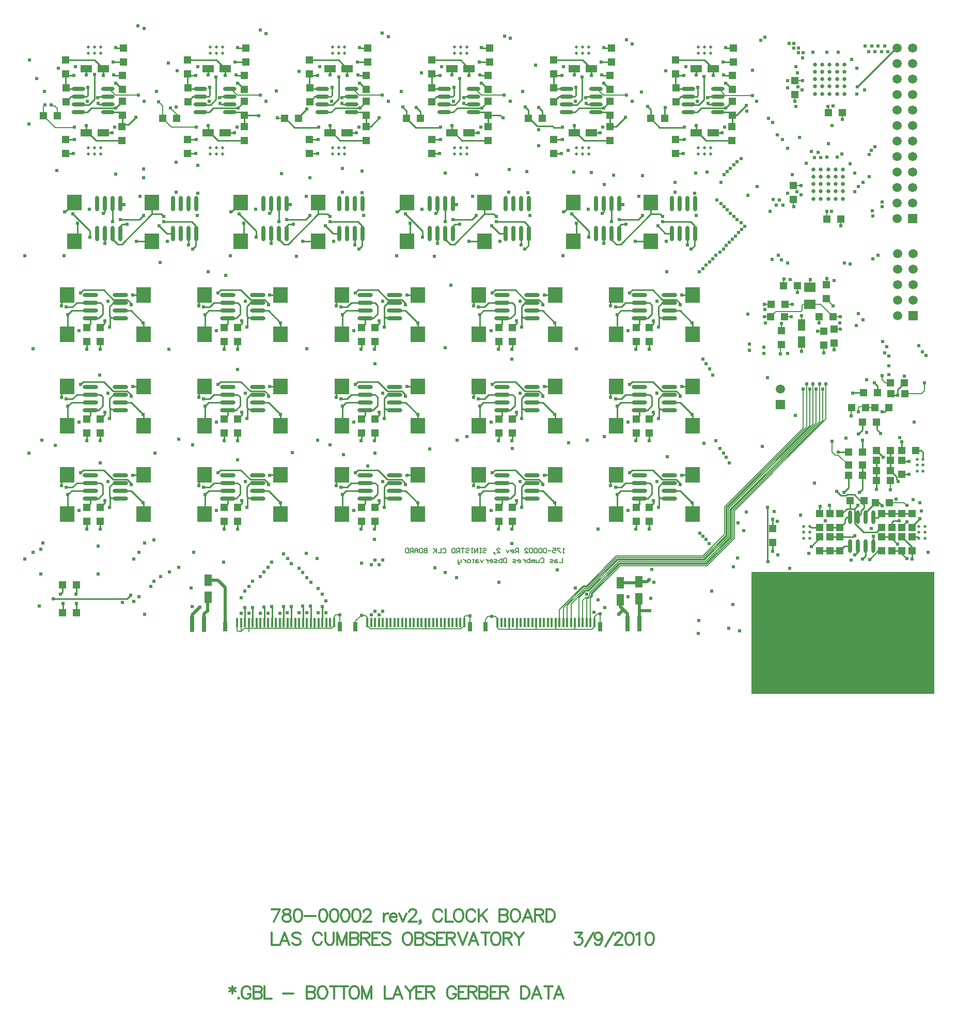
<source format=gbl>
%FSLAX23Y23*%
%MOIN*%
G70*
G01*
G75*
G04 Layer_Physical_Order=10*
G04 Layer_Color=16711680*
%ADD10R,0.050X0.050*%
%ADD11C,0.040*%
%ADD12R,0.085X0.138*%
%ADD13R,0.085X0.043*%
%ADD14R,0.085X0.043*%
%ADD15R,0.060X0.086*%
%ADD16R,0.035X0.037*%
%ADD17R,0.035X0.037*%
%ADD18R,0.050X0.050*%
%ADD19O,0.098X0.028*%
%ADD20R,0.135X0.070*%
%ADD21R,0.228X0.228*%
%ADD22O,0.008X0.033*%
%ADD23O,0.033X0.008*%
%ADD24R,0.070X0.135*%
%ADD25R,0.138X0.085*%
%ADD26R,0.043X0.085*%
%ADD27R,0.043X0.085*%
%ADD28R,0.031X0.060*%
%ADD29R,0.014X0.060*%
%ADD30R,0.030X0.100*%
%ADD31R,0.048X0.078*%
%ADD32R,0.100X0.100*%
%ADD33O,0.010X0.061*%
%ADD34O,0.061X0.010*%
%ADD35O,0.024X0.087*%
%ADD36R,0.045X0.017*%
%ADD37R,0.028X0.036*%
%ADD38R,0.036X0.036*%
%ADD39R,0.087X0.024*%
%ADD40R,0.036X0.036*%
%ADD41C,0.010*%
%ADD42C,0.005*%
%ADD43C,0.020*%
%ADD44C,0.007*%
%ADD45C,0.012*%
%ADD46R,1.181X0.787*%
%ADD47C,0.012*%
%ADD48C,0.012*%
%ADD49C,0.236*%
%ADD50C,0.050*%
%ADD51C,0.020*%
%ADD52C,0.026*%
%ADD53R,0.059X0.059*%
%ADD54C,0.059*%
%ADD55C,0.024*%
%ADD56C,0.040*%
%ADD57C,0.030*%
%ADD58C,0.033*%
%ADD59C,0.055*%
G04:AMPARAMS|DCode=60|XSize=70mil|YSize=70mil|CornerRadius=0mil|HoleSize=0mil|Usage=FLASHONLY|Rotation=0.000|XOffset=0mil|YOffset=0mil|HoleType=Round|Shape=Relief|Width=10mil|Gap=10mil|Entries=4|*
%AMTHD60*
7,0,0,0.070,0.050,0.010,45*
%
%ADD60THD60*%
%ADD61R,0.094X0.102*%
%ADD62O,0.087X0.024*%
%ADD63R,0.078X0.048*%
%ADD64O,0.028X0.098*%
%ADD65R,0.075X0.063*%
%ADD66R,1.181X0.787*%
D10*
X23562Y13173D02*
D03*
X23652D02*
D03*
X23813Y13162D02*
D03*
X23723D02*
D03*
X21485Y15641D02*
D03*
X21575D02*
D03*
X20698D02*
D03*
X20788D02*
D03*
X19910D02*
D03*
X20000D02*
D03*
X19123D02*
D03*
X19213D02*
D03*
X18354Y15657D02*
D03*
X18444D02*
D03*
X22363Y15641D02*
D03*
X22273D02*
D03*
X23737Y13870D02*
D03*
X23647D02*
D03*
X23732Y13680D02*
D03*
X23642D02*
D03*
X23812Y13775D02*
D03*
X23722D02*
D03*
X23572Y13775D02*
D03*
X23662D02*
D03*
X23912Y13935D02*
D03*
X23822D02*
D03*
X23729Y13498D02*
D03*
X23819D02*
D03*
X23729Y13433D02*
D03*
X23819D02*
D03*
X23729Y13368D02*
D03*
X23819D02*
D03*
X23819Y13303D02*
D03*
X23729D02*
D03*
X23639Y13488D02*
D03*
X23549D02*
D03*
X18476Y12451D02*
D03*
X18566D02*
D03*
X18566Y12631D02*
D03*
X18476D02*
D03*
X23549Y13403D02*
D03*
X23639D02*
D03*
X23549Y13338D02*
D03*
X23639D02*
D03*
X23984Y13498D02*
D03*
X23894D02*
D03*
X23142Y14441D02*
D03*
X23052D02*
D03*
X23362Y14361D02*
D03*
X23452D02*
D03*
X23137Y14361D02*
D03*
X23047D02*
D03*
X23222Y14561D02*
D03*
X23132D02*
D03*
X23410Y14992D02*
D03*
X23500D02*
D03*
X23419Y15679D02*
D03*
X23509D02*
D03*
X23823Y13865D02*
D03*
X23913D02*
D03*
D18*
X23430Y12850D02*
D03*
Y12940D02*
D03*
X23494Y13090D02*
D03*
Y13000D02*
D03*
X23494Y12850D02*
D03*
Y12940D02*
D03*
X23430Y13090D02*
D03*
Y13000D02*
D03*
X23365Y12940D02*
D03*
Y12850D02*
D03*
X23895Y12940D02*
D03*
Y12850D02*
D03*
X18722Y13612D02*
D03*
Y13702D02*
D03*
X18635D02*
D03*
Y13612D02*
D03*
X19608Y13041D02*
D03*
Y13131D02*
D03*
X19521D02*
D03*
Y13041D02*
D03*
X18722D02*
D03*
Y13131D02*
D03*
X18635D02*
D03*
Y13041D02*
D03*
X22265Y13612D02*
D03*
Y13702D02*
D03*
X22179D02*
D03*
Y13612D02*
D03*
X21379D02*
D03*
Y13702D02*
D03*
X21293D02*
D03*
Y13612D02*
D03*
X22265Y13041D02*
D03*
Y13131D02*
D03*
X22179D02*
D03*
Y13041D02*
D03*
X21293Y14292D02*
D03*
Y14202D02*
D03*
X21379D02*
D03*
Y14292D02*
D03*
X20407D02*
D03*
Y14202D02*
D03*
X20494D02*
D03*
Y14292D02*
D03*
X18635D02*
D03*
Y14202D02*
D03*
X18722D02*
D03*
Y14292D02*
D03*
X22012Y15828D02*
D03*
Y15918D02*
D03*
X22011Y15499D02*
D03*
Y15589D02*
D03*
X21647Y15927D02*
D03*
Y16017D02*
D03*
X22012Y15661D02*
D03*
Y15751D02*
D03*
X21647Y15505D02*
D03*
Y15415D02*
D03*
X21648Y15839D02*
D03*
Y15749D02*
D03*
X22021Y16095D02*
D03*
Y16005D02*
D03*
X21225Y15828D02*
D03*
Y15918D02*
D03*
X21224Y15499D02*
D03*
Y15589D02*
D03*
X20859Y15927D02*
D03*
Y16017D02*
D03*
X21225Y15661D02*
D03*
Y15751D02*
D03*
X20859Y15505D02*
D03*
Y15415D02*
D03*
X20861Y15839D02*
D03*
Y15749D02*
D03*
X21234Y16095D02*
D03*
Y16005D02*
D03*
X20438Y15828D02*
D03*
Y15918D02*
D03*
X20436Y15499D02*
D03*
Y15589D02*
D03*
X20072Y15927D02*
D03*
Y16017D02*
D03*
X20438Y15661D02*
D03*
Y15751D02*
D03*
X20072Y15505D02*
D03*
Y15415D02*
D03*
X20074Y15839D02*
D03*
Y15749D02*
D03*
X20446Y16095D02*
D03*
Y16005D02*
D03*
X19650Y15828D02*
D03*
Y15918D02*
D03*
X19649Y15499D02*
D03*
Y15589D02*
D03*
X19285Y15927D02*
D03*
Y16017D02*
D03*
X19650Y15661D02*
D03*
Y15751D02*
D03*
X19285Y15505D02*
D03*
Y15415D02*
D03*
X19286Y15839D02*
D03*
Y15749D02*
D03*
X19659Y16095D02*
D03*
Y16005D02*
D03*
X18863Y15828D02*
D03*
Y15918D02*
D03*
X18861Y15499D02*
D03*
Y15589D02*
D03*
X18497Y15927D02*
D03*
Y16017D02*
D03*
X18863Y15661D02*
D03*
Y15751D02*
D03*
X18497Y15505D02*
D03*
Y15415D02*
D03*
X18499Y15839D02*
D03*
Y15749D02*
D03*
X18871Y16095D02*
D03*
Y16005D02*
D03*
X22808D02*
D03*
Y16095D02*
D03*
X22434Y15505D02*
D03*
Y15415D02*
D03*
X22800Y15661D02*
D03*
Y15751D02*
D03*
X22798Y15499D02*
D03*
Y15589D02*
D03*
X22434Y16017D02*
D03*
Y15927D02*
D03*
X22436Y15839D02*
D03*
Y15749D02*
D03*
X22800Y15918D02*
D03*
Y15828D02*
D03*
X20494Y13131D02*
D03*
Y13041D02*
D03*
X20407D02*
D03*
Y13131D02*
D03*
X21379D02*
D03*
Y13041D02*
D03*
X21293D02*
D03*
Y13131D02*
D03*
X19608Y13702D02*
D03*
Y13612D02*
D03*
X19521D02*
D03*
Y13702D02*
D03*
X20494Y13702D02*
D03*
Y13612D02*
D03*
X20407D02*
D03*
Y13702D02*
D03*
X22179Y14202D02*
D03*
Y14292D02*
D03*
X22265D02*
D03*
Y14202D02*
D03*
X19521D02*
D03*
Y14292D02*
D03*
X19608D02*
D03*
Y14202D02*
D03*
X23765Y13000D02*
D03*
Y13090D02*
D03*
X23830D02*
D03*
Y13000D02*
D03*
X23895Y13000D02*
D03*
Y13090D02*
D03*
X23960Y13090D02*
D03*
Y13000D02*
D03*
X23765Y12850D02*
D03*
Y12940D02*
D03*
X23960Y12940D02*
D03*
Y12850D02*
D03*
X23830Y12940D02*
D03*
Y12850D02*
D03*
X23365Y13000D02*
D03*
Y13090D02*
D03*
X23061Y12905D02*
D03*
Y12995D02*
D03*
X23117Y14271D02*
D03*
Y14181D02*
D03*
X23392Y14266D02*
D03*
Y14176D02*
D03*
X23457Y14191D02*
D03*
Y14281D02*
D03*
X23407Y14476D02*
D03*
Y14566D02*
D03*
X23894Y13433D02*
D03*
Y13343D02*
D03*
X23195Y15207D02*
D03*
Y15117D02*
D03*
X23204Y15884D02*
D03*
Y15794D02*
D03*
D19*
X18657Y13759D02*
D03*
Y13809D02*
D03*
Y13859D02*
D03*
Y13909D02*
D03*
X18850Y13759D02*
D03*
Y13809D02*
D03*
Y13859D02*
D03*
Y13909D02*
D03*
X19543Y13188D02*
D03*
Y13238D02*
D03*
Y13288D02*
D03*
Y13338D02*
D03*
X19736Y13188D02*
D03*
Y13238D02*
D03*
Y13288D02*
D03*
Y13338D02*
D03*
X18657Y13188D02*
D03*
Y13238D02*
D03*
Y13288D02*
D03*
Y13338D02*
D03*
X18850Y13188D02*
D03*
Y13238D02*
D03*
Y13288D02*
D03*
Y13338D02*
D03*
X22200Y13759D02*
D03*
Y13809D02*
D03*
Y13859D02*
D03*
Y13909D02*
D03*
X22393Y13759D02*
D03*
Y13809D02*
D03*
Y13859D02*
D03*
Y13909D02*
D03*
X21314Y13759D02*
D03*
Y13809D02*
D03*
Y13859D02*
D03*
Y13909D02*
D03*
X21507Y13759D02*
D03*
Y13809D02*
D03*
Y13859D02*
D03*
Y13909D02*
D03*
X22200Y13188D02*
D03*
Y13238D02*
D03*
Y13288D02*
D03*
Y13338D02*
D03*
X22393Y13188D02*
D03*
Y13238D02*
D03*
Y13288D02*
D03*
Y13338D02*
D03*
X21314Y14350D02*
D03*
Y14400D02*
D03*
Y14450D02*
D03*
Y14500D02*
D03*
X21507Y14350D02*
D03*
Y14400D02*
D03*
Y14450D02*
D03*
Y14500D02*
D03*
X20429Y14350D02*
D03*
Y14400D02*
D03*
Y14450D02*
D03*
Y14500D02*
D03*
X20622Y14350D02*
D03*
Y14400D02*
D03*
Y14450D02*
D03*
Y14500D02*
D03*
X18657Y14350D02*
D03*
Y14400D02*
D03*
Y14450D02*
D03*
Y14500D02*
D03*
X18850Y14350D02*
D03*
Y14400D02*
D03*
Y14450D02*
D03*
Y14500D02*
D03*
X20622Y13338D02*
D03*
Y13288D02*
D03*
Y13238D02*
D03*
Y13188D02*
D03*
X20429Y13338D02*
D03*
Y13288D02*
D03*
Y13238D02*
D03*
Y13188D02*
D03*
X21507Y13338D02*
D03*
Y13288D02*
D03*
Y13238D02*
D03*
Y13188D02*
D03*
X21314Y13338D02*
D03*
Y13288D02*
D03*
Y13238D02*
D03*
Y13188D02*
D03*
X19736Y13909D02*
D03*
Y13859D02*
D03*
Y13809D02*
D03*
Y13759D02*
D03*
X19543Y13909D02*
D03*
Y13859D02*
D03*
Y13809D02*
D03*
Y13759D02*
D03*
X20622Y13909D02*
D03*
Y13859D02*
D03*
Y13809D02*
D03*
Y13759D02*
D03*
X20429Y13909D02*
D03*
Y13859D02*
D03*
Y13809D02*
D03*
Y13759D02*
D03*
X22393Y14500D02*
D03*
Y14450D02*
D03*
Y14400D02*
D03*
Y14350D02*
D03*
X22200Y14500D02*
D03*
Y14450D02*
D03*
Y14400D02*
D03*
Y14350D02*
D03*
X19736Y14500D02*
D03*
Y14450D02*
D03*
Y14400D02*
D03*
Y14350D02*
D03*
X19543Y14500D02*
D03*
Y14450D02*
D03*
Y14400D02*
D03*
Y14350D02*
D03*
D28*
X19527Y12361D02*
D03*
X20267D02*
D03*
X20367D02*
D03*
X21107D02*
D03*
X21207D02*
D03*
X21947D02*
D03*
D29*
X19629Y12388D02*
D03*
X19654D02*
D03*
X19679D02*
D03*
X19704D02*
D03*
X19729D02*
D03*
X19754D02*
D03*
X19779D02*
D03*
X19804D02*
D03*
X19829D02*
D03*
X19854D02*
D03*
X19879D02*
D03*
X19904D02*
D03*
X19929D02*
D03*
X19954D02*
D03*
X19979D02*
D03*
X20004D02*
D03*
X20029D02*
D03*
X20054D02*
D03*
X20079D02*
D03*
X20104D02*
D03*
X20129D02*
D03*
X20154D02*
D03*
X20179D02*
D03*
X20204D02*
D03*
X20444D02*
D03*
X20469D02*
D03*
X20494D02*
D03*
X20519D02*
D03*
X20544D02*
D03*
X20569D02*
D03*
X20594D02*
D03*
X20619D02*
D03*
X20644D02*
D03*
X20669D02*
D03*
X20694D02*
D03*
X20719D02*
D03*
X20744D02*
D03*
X20769D02*
D03*
X20794D02*
D03*
X20819D02*
D03*
X20844D02*
D03*
X20869D02*
D03*
X20894D02*
D03*
X20919D02*
D03*
X20944D02*
D03*
X20969D02*
D03*
X20994D02*
D03*
X21019D02*
D03*
X21044D02*
D03*
X21069D02*
D03*
X21285Y12389D02*
D03*
X21310D02*
D03*
X21335D02*
D03*
X21360D02*
D03*
X21385D02*
D03*
X21410D02*
D03*
X21435D02*
D03*
X21460D02*
D03*
X21485D02*
D03*
X21510D02*
D03*
X21535D02*
D03*
X21560D02*
D03*
X21585D02*
D03*
X21610D02*
D03*
X21635D02*
D03*
X21660D02*
D03*
X21685D02*
D03*
X21710D02*
D03*
X21735D02*
D03*
X21760D02*
D03*
X21785D02*
D03*
X21810D02*
D03*
X21835D02*
D03*
X21860D02*
D03*
X21885D02*
D03*
X21910D02*
D03*
X19604Y12388D02*
D03*
X20229D02*
D03*
D30*
X19313Y12379D02*
D03*
X19392D02*
D03*
X22123Y12380D02*
D03*
X22202D02*
D03*
D31*
X22198Y12540D02*
D03*
Y12650D02*
D03*
X22078Y12535D02*
D03*
Y12645D02*
D03*
X19418Y12660D02*
D03*
Y12550D02*
D03*
X23247Y14196D02*
D03*
Y14306D02*
D03*
D35*
X23710Y12880D02*
D03*
X23660D02*
D03*
X23610D02*
D03*
X23560D02*
D03*
X23710Y13069D02*
D03*
X23660D02*
D03*
X23610D02*
D03*
X23560D02*
D03*
D41*
X23539Y13122D02*
X23589D01*
X23562Y13123D02*
Y13173D01*
X23586Y13214D02*
X23652Y13148D01*
X23473Y13234D02*
X23500Y13207D01*
X23533D01*
X23540Y13214D01*
X23586D01*
X23652Y13129D02*
Y13148D01*
X23632Y13109D02*
X23652Y13129D01*
X23632Y13091D02*
Y13109D01*
X23610Y13069D02*
X23632Y13091D01*
X23746Y13162D02*
X23768Y13140D01*
X23723Y13162D02*
X23746D01*
X23660Y13099D02*
X23723Y13162D01*
X23660Y13069D02*
Y13099D01*
X23589Y13026D02*
Y13122D01*
Y13026D02*
X23646Y12970D01*
X21639Y15590D02*
X21647Y15582D01*
X22274Y15642D02*
Y15697D01*
X22273Y15641D02*
X22274Y15642D01*
X22255Y15716D02*
X22274Y15697D01*
X22363Y15708D02*
X22366Y15711D01*
X22363Y15641D02*
Y15708D01*
X22273Y15641D02*
X22332Y15582D01*
X22491D01*
X22194Y14988D02*
X22219Y15013D01*
X22069Y14988D02*
X22194D01*
X21874Y14873D02*
Y14913D01*
X21764Y15023D02*
X21874Y14913D01*
X22084Y14958D02*
X22114D01*
X22069Y14897D02*
Y14943D01*
X22084Y14958D01*
X22019Y14862D02*
Y14897D01*
X21969Y14833D02*
Y14897D01*
X21969Y14833D02*
X21969Y14833D01*
X22075Y15083D02*
X22094D01*
X22069Y15090D02*
X22075Y15083D01*
X22019Y15090D02*
X22019Y15090D01*
X22019Y14973D02*
Y15090D01*
X22531Y14975D02*
X22557Y14949D01*
X22349Y14975D02*
X22531D01*
X22557Y14819D02*
Y14949D01*
X22535Y14797D02*
X22557Y14819D01*
X22509Y14897D02*
X22509Y14897D01*
X22509Y14823D02*
Y14897D01*
X21969Y15038D02*
Y15090D01*
X21959Y15028D02*
X21969Y15038D01*
X22319Y14947D02*
Y14948D01*
X22368Y14897D02*
X22409D01*
X22319Y14947D02*
X22368Y14897D01*
X21713Y15038D02*
X21774Y15099D01*
X21709Y15038D02*
X21713D01*
X21774Y14847D02*
X21794Y14867D01*
Y14963D01*
X22274Y15023D02*
Y15099D01*
Y15023D02*
X22334D01*
X22349Y15008D01*
X22079Y14828D02*
X22274Y15023D01*
X22052Y14828D02*
X22079D01*
X22019Y14862D02*
X22052Y14828D01*
X22174Y14848D02*
X22273D01*
X22274Y14847D01*
X21121Y14988D02*
X21146Y15013D01*
X20996Y14988D02*
X21121D01*
X20801Y14873D02*
Y14913D01*
X20691Y15023D02*
X20801Y14913D01*
X21011Y14958D02*
X21041D01*
X20996Y14897D02*
Y14943D01*
X21011Y14958D01*
X20946Y14862D02*
Y14897D01*
X20896Y14833D02*
Y14897D01*
X20896Y14833D02*
X20896Y14833D01*
X21003Y15083D02*
X21021D01*
X20996Y15090D02*
X21003Y15083D01*
X20946Y15090D02*
X20946Y15090D01*
X20946Y14973D02*
Y15090D01*
X21484Y14819D02*
Y14949D01*
X21458Y14975D02*
X21484Y14949D01*
X21462Y14797D02*
X21484Y14819D01*
X21276Y14975D02*
X21458D01*
X21436Y14897D02*
X21436Y14897D01*
X21436Y14823D02*
Y14897D01*
X20896Y15038D02*
Y15090D01*
X20886Y15028D02*
X20896Y15038D01*
X21246Y14947D02*
Y14948D01*
X21296Y14897D02*
X21336D01*
X21246Y14947D02*
X21296Y14897D01*
X20640Y15038D02*
X20701Y15099D01*
X20636Y15038D02*
X20640D01*
X20701Y14847D02*
X20721Y14867D01*
Y14963D01*
X21201Y15023D02*
Y15099D01*
Y15023D02*
X21261D01*
X21276Y15008D01*
X21006Y14828D02*
X21201Y15023D01*
X20979Y14828D02*
X21006D01*
X20946Y14862D02*
X20979Y14828D01*
X21101Y14848D02*
X21200D01*
X21201Y14847D01*
X20048Y14988D02*
X20073Y15013D01*
X19923Y14988D02*
X20048D01*
X19728Y14873D02*
Y14913D01*
X19618Y15023D02*
X19728Y14913D01*
X19938Y14958D02*
X19968D01*
X19923Y14897D02*
Y14943D01*
X19938Y14958D01*
X19873Y14862D02*
Y14897D01*
X19823Y14833D02*
Y14897D01*
X19823Y14833D02*
X19823Y14833D01*
X19930Y15083D02*
X19948D01*
X19923Y15090D02*
X19930Y15083D01*
X19873Y15090D02*
X19873Y15090D01*
X19873Y14973D02*
Y15090D01*
X20385Y14975D02*
X20411Y14949D01*
X20203Y14975D02*
X20385D01*
X20411Y14819D02*
Y14949D01*
X20389Y14797D02*
X20411Y14819D01*
X20363Y14897D02*
X20363Y14897D01*
X20363Y14823D02*
Y14897D01*
X19823Y15038D02*
Y15090D01*
X19813Y15028D02*
X19823Y15038D01*
X20173Y14947D02*
Y14948D01*
X20223Y14897D02*
X20263D01*
X20173Y14947D02*
X20223Y14897D01*
X19567Y15038D02*
X19628Y15099D01*
X19563Y15038D02*
X19567D01*
X19628Y14847D02*
X19648Y14867D01*
Y14963D01*
X20128Y15023D02*
Y15099D01*
Y15023D02*
X20188D01*
X20203Y15008D01*
X19933Y14828D02*
X20128Y15023D01*
X19907Y14828D02*
X19933D01*
X19873Y14862D02*
X19907Y14828D01*
X20028Y14848D02*
X20127D01*
X20128Y14847D01*
X21889Y15916D02*
Y15962D01*
X21779Y15548D02*
Y15594D01*
X19100Y14947D02*
Y14948D01*
Y14947D02*
X19150Y14897D01*
X19190D01*
X19338Y14819D02*
Y14949D01*
X19130Y14975D02*
X19312D01*
X19338Y14949D01*
X19316Y14797D02*
X19338Y14819D01*
X23858Y16095D02*
X23863D01*
X23608Y15845D02*
X23858Y16095D01*
X23607Y15845D02*
X23608D01*
X23900Y13427D02*
X23942D01*
X23894Y13433D02*
X23900Y13427D01*
X18416Y12541D02*
X18894D01*
X18476Y12583D02*
Y12631D01*
X18894Y12541D02*
X18916Y12563D01*
X18566Y12571D02*
Y12631D01*
X18566Y12509D02*
X18567Y12510D01*
X18566Y12451D02*
Y12509D01*
X18720Y12991D02*
X18722Y12993D01*
Y13041D01*
X19679Y12621D02*
X19680Y12622D01*
X20079Y12388D02*
Y12494D01*
X20078Y12495D02*
X20079Y12494D01*
X20028Y12494D02*
X20029Y12493D01*
Y12388D02*
Y12493D01*
X22797Y15831D02*
X22800Y15828D01*
X22760Y15868D02*
X22800Y15828D01*
X22756Y15868D02*
X22760D01*
X22798Y15589D02*
X22800Y15591D01*
X22434Y15927D02*
X22442Y15918D01*
X22781Y15680D02*
X22800Y15661D01*
Y15591D02*
Y15661D01*
X22734Y15548D02*
X22735Y15547D01*
X22676Y15548D02*
X22734D01*
X22581D02*
X22630Y15499D01*
X22798D01*
X22566Y15548D02*
X22581D01*
X22434Y16017D02*
X22621D01*
X22676Y15962D01*
X22566Y15922D02*
Y15962D01*
X22566Y15922D02*
X22566Y15922D01*
X22485Y15415D02*
X22485Y15414D01*
Y15414D02*
Y15414D01*
X22434Y15415D02*
X22485D01*
X22490Y15505D02*
X22490Y15505D01*
X22434Y15505D02*
X22490D01*
X22434Y15841D02*
Y15927D01*
Y15841D02*
X22445Y15830D01*
X22741Y16005D02*
X22808D01*
X22757Y16095D02*
X22808D01*
X22757Y16096D02*
Y16096D01*
Y16096D02*
X22757Y16095D01*
X22518Y15729D02*
X22568D01*
X22517Y15730D02*
X22518Y15729D01*
X22466Y15780D02*
X22517D01*
X22436Y15749D02*
X22466Y15780D01*
X22445Y15830D02*
X22517D01*
X22706Y15680D02*
X22781D01*
X22643Y15739D02*
X22652Y15730D01*
X22706D01*
X22647Y15780D02*
X22706D01*
X22642Y15775D02*
X22647Y15780D01*
X22491Y15582D02*
X22491Y15583D01*
X22748Y15918D02*
X22800D01*
X22745Y15920D02*
X22748Y15918D01*
X22442Y15918D02*
X22487D01*
X22566Y15548D02*
Y15594D01*
X22758Y15709D02*
X22800Y15751D01*
X22573Y15680D02*
X22602Y15709D01*
X22758D01*
X22517Y15680D02*
X22573D01*
X22676Y15916D02*
Y15962D01*
X22578Y15789D02*
Y15840D01*
X22569Y15780D02*
X22578Y15789D01*
X22517Y15780D02*
X22569D01*
X22010Y15831D02*
X22012Y15828D01*
X21972Y15868D02*
X22012Y15828D01*
X21969Y15868D02*
X21972D01*
X22011Y15589D02*
X22012Y15591D01*
X21647Y15927D02*
X21655Y15918D01*
X21993Y15680D02*
X22012Y15661D01*
Y15591D02*
Y15661D01*
X21947Y15548D02*
X21948Y15547D01*
X21889Y15548D02*
X21947D01*
X21794D02*
X21843Y15499D01*
X22011D01*
X21779Y15548D02*
X21794D01*
X21647Y16017D02*
X21834D01*
X21889Y15962D01*
X21779Y15922D02*
Y15962D01*
X21779Y15922D02*
X21779Y15922D01*
X21697Y15415D02*
X21698Y15414D01*
Y15414D02*
Y15414D01*
X21647Y15415D02*
X21697D01*
X21703Y15505D02*
X21703Y15505D01*
X21647Y15505D02*
X21703D01*
X21647Y15841D02*
Y15927D01*
Y15841D02*
X21658Y15830D01*
X21954Y16005D02*
X22021D01*
X21970Y16095D02*
X22021D01*
X21970Y16096D02*
Y16096D01*
Y16096D02*
X21970Y16095D01*
X21730Y15729D02*
X21781D01*
X21730Y15730D02*
X21730Y15729D01*
X21679Y15780D02*
X21730D01*
X21648Y15749D02*
X21679Y15780D01*
X21658Y15830D02*
X21730D01*
X21919Y15680D02*
X21993D01*
X21856Y15739D02*
X21865Y15730D01*
X21919D01*
X21860Y15780D02*
X21919D01*
X21855Y15775D02*
X21860Y15780D01*
X21647Y15582D02*
X21703D01*
X21960Y15918D02*
X22012D01*
X21958Y15920D02*
X21960Y15918D01*
X21655Y15918D02*
X21700D01*
X21971Y15709D02*
X22012Y15751D01*
X21785Y15680D02*
X21815Y15709D01*
X21971D01*
X21730Y15680D02*
X21785D01*
X21791Y15789D02*
Y15840D01*
X21781Y15780D02*
X21791Y15789D01*
X21730Y15780D02*
X21781D01*
X21223Y15831D02*
X21225Y15828D01*
X21185Y15868D02*
X21225Y15828D01*
X21181Y15868D02*
X21185D01*
X21224Y15589D02*
X21225Y15591D01*
X20859Y15927D02*
X20868Y15918D01*
X21206Y15680D02*
X21225Y15661D01*
Y15591D02*
Y15661D01*
X21160Y15548D02*
X21161Y15547D01*
X21102Y15548D02*
X21160D01*
X21006D02*
X21055Y15499D01*
X21224D01*
X20992Y15548D02*
X21006D01*
X20859Y16017D02*
X21047D01*
X21102Y15962D01*
X20992Y15922D02*
Y15962D01*
X20991Y15922D02*
X20992Y15922D01*
X20910Y15415D02*
X20911Y15414D01*
Y15414D02*
Y15414D01*
X20859Y15415D02*
X20910D01*
X20915Y15505D02*
X20916Y15505D01*
X20859Y15505D02*
X20915D01*
X20859Y15841D02*
Y15927D01*
Y15841D02*
X20870Y15830D01*
X21166Y16005D02*
X21234D01*
X21183Y16095D02*
X21234D01*
X21182Y16096D02*
Y16096D01*
Y16096D02*
X21183Y16095D01*
X20943Y15729D02*
X20994D01*
X20942Y15730D02*
X20943Y15729D01*
X20892Y15780D02*
X20942D01*
X20861Y15749D02*
X20892Y15780D01*
X20870Y15830D02*
X20942D01*
X21131Y15680D02*
X21206D01*
X21068Y15739D02*
X21077Y15730D01*
X21131D01*
X21072Y15780D02*
X21131D01*
X21067Y15775D02*
X21072Y15780D01*
X20916Y15582D02*
X20917Y15583D01*
X20757Y15582D02*
X20916D01*
X21173Y15918D02*
X21225D01*
X21171Y15920D02*
X21173Y15918D01*
X20868Y15918D02*
X20913D01*
X20991Y15595D02*
X20992Y15594D01*
Y15548D02*
Y15594D01*
X21183Y15709D02*
X21225Y15751D01*
X20998Y15680D02*
X21027Y15709D01*
X21183D01*
X20942Y15680D02*
X20998D01*
X21102Y15916D02*
Y15962D01*
X21003Y15789D02*
Y15840D01*
X20994Y15780D02*
X21003Y15789D01*
X20942Y15780D02*
X20994D01*
X19341Y15582D02*
X19342Y15583D01*
X18860Y15831D02*
X18863Y15828D01*
X18823Y15868D02*
X18863Y15828D01*
X18819Y15868D02*
X18823D01*
X18861Y15589D02*
X18863Y15591D01*
X18497Y15927D02*
X18505Y15918D01*
X18844Y15680D02*
X18863Y15661D01*
Y15591D02*
Y15661D01*
X18797Y15548D02*
X18798Y15547D01*
X18739Y15548D02*
X18797D01*
X18644D02*
X18693Y15499D01*
X18861D01*
X18629Y15548D02*
X18644D01*
X18497Y16017D02*
X18684D01*
X18739Y15962D01*
X18629Y15922D02*
Y15962D01*
X18629Y15922D02*
X18629Y15922D01*
X18548Y15415D02*
X18548Y15414D01*
Y15414D02*
Y15414D01*
X18497Y15415D02*
X18548D01*
X18553Y15505D02*
X18553Y15505D01*
X18497Y15505D02*
X18553D01*
X18497Y15841D02*
Y15927D01*
Y15841D02*
X18508Y15830D01*
X18804Y16005D02*
X18871D01*
X18820Y16095D02*
X18871D01*
X18820Y16096D02*
Y16096D01*
Y16096D02*
X18820Y16095D01*
X18581Y15729D02*
X18631D01*
X18580Y15730D02*
X18581Y15729D01*
X18529Y15780D02*
X18580D01*
X18499Y15749D02*
X18529Y15780D01*
X18508Y15830D02*
X18580D01*
X18769Y15680D02*
X18844D01*
X18706Y15739D02*
X18715Y15730D01*
X18769D01*
X18710Y15780D02*
X18769D01*
X18705Y15775D02*
X18710Y15780D01*
X18554Y15582D02*
X18554Y15583D01*
X18811Y15918D02*
X18863D01*
X18808Y15920D02*
X18811Y15918D01*
X18505Y15918D02*
X18550D01*
X18629Y15548D02*
Y15594D01*
X18821Y15709D02*
X18863Y15751D01*
X18636Y15680D02*
X18665Y15709D01*
X18821D01*
X18580Y15680D02*
X18636D01*
X18739Y15916D02*
Y15962D01*
X18641Y15789D02*
Y15840D01*
X18632Y15780D02*
X18641Y15789D01*
X18580Y15780D02*
X18632D01*
X19975Y15582D02*
X20128D01*
X20129Y15583D01*
X18768Y13294D02*
X18772Y13299D01*
X18743Y13371D02*
X18803Y13311D01*
X18895D02*
X18921Y13285D01*
X18803Y13311D02*
X18895D01*
X18594Y13354D02*
X18612Y13371D01*
X18743D01*
X18921Y13278D02*
Y13285D01*
X18512Y13093D02*
Y13214D01*
X18537Y13238D01*
X18657D01*
X18920D02*
X18998Y13161D01*
X18850Y13238D02*
X18920D01*
X18999Y13088D02*
Y13159D01*
X18998Y13161D02*
X18999Y13159D01*
X18503Y13261D02*
X18504Y13261D01*
X18542D01*
X18569Y13288D01*
X18502Y13261D02*
X18503D01*
X18569Y13288D02*
X18657D01*
X18722Y13131D02*
X18751Y13161D01*
Y13177D01*
X18749Y13174D02*
X18749D01*
X18751Y13177D01*
X18782Y13132D02*
X18784Y13134D01*
X18782Y13202D02*
X18784Y13201D01*
X18782Y13202D02*
Y13264D01*
Y13202D02*
X18792Y13192D01*
X18782Y13264D02*
X18806Y13288D01*
X18784Y13134D02*
Y13201D01*
X18792Y13192D02*
X18846D01*
X18507Y13088D02*
X18512Y13093D01*
X18472Y13305D02*
X18507Y13340D01*
X18472Y13271D02*
Y13305D01*
X18930Y13339D02*
X18931Y13340D01*
X18999D01*
X18635Y13131D02*
X18657Y13153D01*
Y13188D01*
X18710D01*
X18657Y13288D02*
X18723D01*
X18710Y13188D02*
X18738Y13216D01*
X18723Y13288D02*
X18738Y13273D01*
Y13216D02*
Y13273D01*
X18846Y13192D02*
X18850Y13188D01*
X18806Y13288D02*
X18850D01*
X18955Y14848D02*
X19054D01*
X18850Y14988D02*
X18975D01*
X19000Y15013D01*
X18545Y15023D02*
X18655Y14913D01*
Y14873D02*
Y14913D01*
X18575Y14867D02*
Y14963D01*
X18800Y14973D02*
Y15090D01*
X18800Y14862D02*
X18834Y14828D01*
X18860D01*
X19055Y15023D01*
X19115D02*
X19130Y15008D01*
X19055Y15023D02*
X19115D01*
X19055D02*
Y15099D01*
X18850Y14943D02*
X18865Y14958D01*
X18895D01*
X18750Y14833D02*
X18750Y14833D01*
Y14897D01*
X18740Y15028D02*
X18750Y15038D01*
Y15090D01*
X19290Y14823D02*
Y14897D01*
X18800Y15090D02*
X18800Y15090D01*
X18850D02*
X18857Y15083D01*
X18875D01*
X18800Y14862D02*
Y14897D01*
X18850D02*
Y14943D01*
X19290Y14897D02*
X19290Y14897D01*
X18555Y14847D02*
X18575Y14867D01*
X18490Y15038D02*
X18494D01*
X18555Y15099D01*
X19054Y14848D02*
X19055Y14847D01*
X18635Y12992D02*
Y13041D01*
X20154Y12388D02*
Y12492D01*
X19654Y12388D02*
Y12483D01*
X19654Y12483D02*
X19654Y12483D01*
X19704Y12388D02*
Y12485D01*
X19704Y12485D02*
X19704Y12485D01*
X19779Y12388D02*
Y12488D01*
X19778Y12489D02*
X19779Y12488D01*
X19829Y12388D02*
Y12489D01*
X19828Y12490D02*
X19829Y12489D01*
X19904Y12388D02*
Y12491D01*
X19954Y12388D02*
Y12489D01*
X23722Y13775D02*
X23722Y13775D01*
X23732Y13680D02*
X23733Y13679D01*
Y13633D02*
Y13679D01*
Y13633D02*
X23758Y13608D01*
X23737Y13870D02*
Y13915D01*
X23718Y13933D02*
X23737Y13915D01*
X23642Y13632D02*
Y13680D01*
X23613Y13603D02*
X23642Y13632D01*
X23841Y13044D02*
X23876D01*
X23830Y13033D02*
X23841Y13044D01*
X23830Y13000D02*
Y13033D01*
X23960Y12940D02*
X23994D01*
X24004Y12931D01*
X23739Y13064D02*
X23765Y13090D01*
X23716Y13064D02*
X23739D01*
X23710Y13069D02*
X23716Y13064D01*
X23765Y13090D02*
X23830D01*
X23960D01*
X23430Y12940D02*
X23494D01*
X23525Y12880D02*
X23560D01*
X23494Y12850D02*
X23525Y12880D01*
X23365Y12850D02*
X23365Y12850D01*
X23430D01*
X23494D01*
X23311Y13000D02*
X23365D01*
X23302Y13009D02*
X23311Y13000D01*
X23430Y13000D02*
X23494D01*
X23526Y13031D01*
Y13055D02*
X23540Y13069D01*
X23560D01*
X23526Y13031D02*
Y13055D01*
X23742Y12850D02*
X23765D01*
X23686Y12794D02*
X23742Y12850D01*
X23765Y12940D02*
X23830D01*
X23365Y12933D02*
Y12940D01*
X23311Y12879D02*
X23365Y12933D01*
X23710Y12880D02*
Y12943D01*
X23711Y12944D01*
X23591Y12824D02*
X23610Y12843D01*
Y12880D01*
X23582Y12940D02*
X23591Y12949D01*
X23494Y12940D02*
X23582D01*
X23895Y13000D02*
Y13008D01*
X23926Y13039D01*
X23960Y13000D02*
Y13008D01*
X24011Y13059D01*
X23960Y12799D02*
Y12850D01*
Y12799D02*
X23961Y12799D01*
X23895Y12940D02*
X23960Y12875D01*
Y12850D02*
Y12875D01*
X23830Y12929D02*
Y12940D01*
Y12929D02*
X23866Y12894D01*
X23830Y12850D02*
X23895D01*
X23896Y12849D01*
X23660Y12818D02*
Y12880D01*
X23641Y12799D02*
X23660Y12818D01*
X23589Y13122D02*
X23611Y13144D01*
X23762Y13000D02*
X23765D01*
X23732Y12970D02*
X23762Y13000D01*
X23646Y12970D02*
X23732D01*
X23494Y13090D02*
X23508D01*
X23539Y13122D01*
X23365Y13090D02*
Y13138D01*
X23366Y13139D01*
X23549Y13258D02*
Y13338D01*
X23519Y13228D02*
X23549Y13258D01*
X23729Y13248D02*
Y13368D01*
Y13433D01*
X23639Y13248D02*
Y13338D01*
X23619Y13228D02*
X23639Y13248D01*
Y13338D02*
Y13403D01*
X23819Y13368D02*
X23819Y13368D01*
X23819Y13368D02*
X23860Y13327D01*
Y13312D02*
Y13327D01*
Y13312D02*
X23869Y13303D01*
Y13298D02*
Y13303D01*
X23819Y13368D02*
Y13498D01*
X23984Y13498D02*
X24019D01*
X24032Y13442D02*
Y13485D01*
X24019Y13498D02*
X24032Y13485D01*
X23484Y13488D02*
X23549D01*
X23484Y13488D02*
X23484Y13488D01*
X23639D02*
Y13563D01*
X23639Y13563D02*
X23639Y13563D01*
X23894Y13498D02*
Y13553D01*
X23894Y13553D02*
X23894Y13553D01*
X23894Y13343D02*
X23939D01*
X23939Y13343D01*
X23729Y13496D02*
Y13498D01*
X23549Y13403D02*
X23549D01*
X23731Y13498D02*
X23774Y13455D01*
X23729Y13498D02*
X23731D01*
X23895Y12832D02*
X23926Y12802D01*
X23895Y12832D02*
Y12850D01*
X18565Y12570D02*
X18566Y12571D01*
X18464Y12571D02*
X18476Y12583D01*
X23061Y13055D02*
X23061Y13055D01*
Y12995D02*
Y13055D01*
X23062Y12849D02*
Y12904D01*
X23061Y12905D02*
X23062Y12904D01*
X23027Y12782D02*
X23029Y12780D01*
X23027Y12782D02*
Y13129D01*
X20994Y15729D02*
X21009D01*
X21041Y15761D01*
Y15899D01*
X18631Y15729D02*
X18647D01*
X18683Y15765D01*
Y15923D01*
X21781Y15729D02*
X21796D01*
X21831Y15764D01*
Y15909D01*
X22568Y15729D02*
X22584D01*
X22617Y15762D01*
Y15910D01*
X18480Y12454D02*
Y12512D01*
X18476Y12451D02*
X18480Y12454D01*
X23026Y13130D02*
X23027Y13129D01*
X18903Y15602D02*
X18950Y15649D01*
X18874Y15602D02*
X18903D01*
X21225Y15661D02*
X21301D01*
X21319Y15643D01*
X22052Y15589D02*
X22110Y15647D01*
X22011Y15589D02*
X22052D01*
X22800Y15661D02*
X22828D01*
X22891Y15724D01*
X18768Y14456D02*
X18772Y14460D01*
X18803Y14472D02*
X18895D01*
X18921Y14439D02*
Y14446D01*
X18895Y14472D02*
X18921Y14446D01*
X18743Y14533D02*
X18803Y14472D01*
X18594Y14515D02*
X18612Y14533D01*
X18743D01*
X18512Y14254D02*
Y14375D01*
X18537Y14400D01*
X18657D01*
X18920D02*
X18998Y14322D01*
X18850Y14400D02*
X18920D01*
X18999Y14249D02*
Y14320D01*
X18998Y14322D02*
X18999Y14320D01*
X18503Y14423D02*
X18504Y14423D01*
X18542D01*
X18502Y14423D02*
X18503D01*
X18542Y14423D02*
X18569Y14450D01*
X18657D01*
X18782Y14294D02*
X18784Y14295D01*
X18782Y14364D02*
X18784Y14362D01*
X18782Y14364D02*
Y14426D01*
Y14364D02*
X18792Y14354D01*
X18782Y14426D02*
X18806Y14450D01*
X18784Y14295D02*
Y14362D01*
X18792Y14354D02*
X18846D01*
X18722Y14292D02*
X18751Y14322D01*
Y14338D01*
X18749Y14335D02*
X18749D01*
X18751Y14338D01*
X18507Y14249D02*
X18512Y14254D01*
X18472Y14432D02*
Y14466D01*
X18507Y14501D01*
X18930Y14500D02*
X18931Y14501D01*
X18999D01*
X18720Y14152D02*
X18722Y14154D01*
Y14202D01*
X18635Y14292D02*
X18657Y14314D01*
Y14350D01*
X18635Y14154D02*
Y14202D01*
X18657Y14350D02*
X18710D01*
X18657Y14450D02*
X18723D01*
X18710Y14350D02*
X18738Y14378D01*
X18723Y14450D02*
X18738Y14434D01*
Y14378D02*
Y14434D01*
X18846Y14354D02*
X18850Y14350D01*
X18806Y14450D02*
X18850D01*
X19654Y14456D02*
X19658Y14460D01*
X19689Y14472D02*
X19781D01*
X19807Y14439D02*
Y14446D01*
X19781Y14472D02*
X19807Y14446D01*
X19628Y14533D02*
X19689Y14472D01*
X19480Y14515D02*
X19498Y14533D01*
X19628D01*
X19398Y14254D02*
Y14375D01*
X19422Y14400D01*
X19543D01*
X19806D02*
X19883Y14322D01*
X19736Y14400D02*
X19806D01*
X19885Y14249D02*
Y14320D01*
X19883Y14322D02*
X19885Y14320D01*
X19389Y14423D02*
X19389Y14423D01*
X19428D01*
X19388Y14423D02*
X19389D01*
X19428Y14423D02*
X19455Y14450D01*
X19543D01*
X19668Y14294D02*
X19669Y14295D01*
X19668Y14364D02*
X19669Y14362D01*
X19668Y14364D02*
Y14426D01*
Y14364D02*
X19678Y14354D01*
X19668Y14426D02*
X19692Y14450D01*
X19669Y14295D02*
Y14362D01*
X19678Y14354D02*
X19732D01*
X19608Y14292D02*
X19637Y14322D01*
Y14338D01*
X19634Y14335D02*
X19634D01*
X19637Y14338D01*
X19393Y14249D02*
X19398Y14254D01*
X19358Y14432D02*
Y14466D01*
X19393Y14501D01*
X19815Y14500D02*
X19816Y14501D01*
X19885D01*
X19606Y14152D02*
X19608Y14154D01*
Y14202D01*
X19521Y14292D02*
X19543Y14314D01*
Y14350D01*
X19521Y14154D02*
Y14202D01*
X19543Y14350D02*
X19596D01*
X19543Y14450D02*
X19608D01*
X19596Y14350D02*
X19624Y14378D01*
X19608Y14450D02*
X19624Y14434D01*
Y14378D02*
Y14434D01*
X19732Y14354D02*
X19736Y14350D01*
X19692Y14450D02*
X19736D01*
X20540Y14456D02*
X20544Y14460D01*
X20575Y14472D02*
X20666D01*
X20692Y14439D02*
Y14446D01*
X20666Y14472D02*
X20692Y14446D01*
X20514Y14533D02*
X20575Y14472D01*
X20366Y14515D02*
X20383Y14533D01*
X20514D01*
X20284Y14254D02*
Y14375D01*
X20308Y14400D01*
X20429D01*
X20692D02*
X20769Y14322D01*
X20622Y14400D02*
X20692D01*
X20771Y14249D02*
Y14320D01*
X20769Y14322D02*
X20771Y14320D01*
X20275Y14423D02*
X20275Y14423D01*
X20313D01*
X20274Y14423D02*
X20275D01*
X20313Y14423D02*
X20340Y14450D01*
X20429D01*
X20554Y14294D02*
X20555Y14295D01*
X20554Y14364D02*
X20555Y14362D01*
X20554Y14364D02*
Y14426D01*
Y14364D02*
X20563Y14354D01*
X20554Y14426D02*
X20578Y14450D01*
X20555Y14295D02*
Y14362D01*
X20563Y14354D02*
X20617D01*
X20494Y14292D02*
X20523Y14322D01*
Y14338D01*
X20520Y14335D02*
X20520D01*
X20523Y14338D01*
X20279Y14249D02*
X20284Y14254D01*
X20244Y14432D02*
Y14466D01*
X20279Y14501D01*
X20701Y14500D02*
X20702Y14501D01*
X20771D01*
X20492Y14152D02*
X20494Y14154D01*
Y14202D01*
X20407Y14292D02*
X20429Y14314D01*
Y14350D01*
X20407Y14154D02*
Y14202D01*
X20429Y14350D02*
X20482D01*
X20429Y14450D02*
X20494D01*
X20482Y14350D02*
X20510Y14378D01*
X20494Y14450D02*
X20510Y14434D01*
Y14378D02*
Y14434D01*
X20617Y14354D02*
X20622Y14350D01*
X20578Y14450D02*
X20622D01*
X21425Y14456D02*
X21430Y14460D01*
X21461Y14472D02*
X21552D01*
X21578Y14439D02*
Y14446D01*
X21552Y14472D02*
X21578Y14446D01*
X21400Y14533D02*
X21461Y14472D01*
X21252Y14515D02*
X21269Y14533D01*
X21400D01*
X21170Y14254D02*
Y14375D01*
X21194Y14400D01*
X21314D01*
X21578D02*
X21655Y14322D01*
X21507Y14400D02*
X21578D01*
X21657Y14249D02*
Y14320D01*
X21655Y14322D02*
X21657Y14320D01*
X21161Y14423D02*
X21161Y14423D01*
X21199D01*
X21160Y14423D02*
X21161D01*
X21199Y14423D02*
X21226Y14450D01*
X21314D01*
X21439Y14294D02*
X21441Y14295D01*
X21439Y14364D02*
X21441Y14362D01*
X21439Y14364D02*
Y14426D01*
Y14364D02*
X21449Y14354D01*
X21439Y14426D02*
X21463Y14450D01*
X21441Y14295D02*
Y14362D01*
X21449Y14354D02*
X21503D01*
X21379Y14292D02*
X21409Y14322D01*
Y14338D01*
X21406Y14335D02*
X21406D01*
X21409Y14338D01*
X21165Y14249D02*
X21170Y14254D01*
X21129Y14432D02*
Y14466D01*
X21165Y14501D01*
X21587Y14500D02*
X21588Y14501D01*
X21657D01*
X21377Y14152D02*
X21379Y14154D01*
Y14202D01*
X21293Y14292D02*
X21314Y14314D01*
Y14350D01*
X21293Y14154D02*
Y14202D01*
X21314Y14350D02*
X21367D01*
X21314Y14450D02*
X21380D01*
X21367Y14350D02*
X21396Y14378D01*
X21380Y14450D02*
X21396Y14434D01*
Y14378D02*
Y14434D01*
X21503Y14354D02*
X21507Y14350D01*
X21463Y14450D02*
X21507D01*
X22311Y14456D02*
X22315Y14460D01*
X22346Y14472D02*
X22438D01*
X22464Y14439D02*
Y14446D01*
X22438Y14472D02*
X22464Y14446D01*
X22286Y14533D02*
X22346Y14472D01*
X22137Y14515D02*
X22155Y14533D01*
X22286D01*
X22056Y14254D02*
Y14375D01*
X22080Y14400D01*
X22200D01*
X22463D02*
X22541Y14322D01*
X22393Y14400D02*
X22463D01*
X22543Y14249D02*
Y14320D01*
X22541Y14322D02*
X22543Y14320D01*
X22047Y14423D02*
X22047Y14423D01*
X22085D01*
X22046Y14423D02*
X22047D01*
X22085Y14423D02*
X22112Y14450D01*
X22200D01*
X22325Y14294D02*
X22327Y14295D01*
X22325Y14364D02*
X22327Y14362D01*
X22325Y14364D02*
Y14426D01*
Y14364D02*
X22335Y14354D01*
X22325Y14426D02*
X22349Y14450D01*
X22327Y14295D02*
Y14362D01*
X22335Y14354D02*
X22389D01*
X22265Y14292D02*
X22295Y14322D01*
Y14338D01*
X22292Y14335D02*
X22292D01*
X22295Y14338D01*
X22051Y14249D02*
X22056Y14254D01*
X22015Y14432D02*
Y14466D01*
X22051Y14501D01*
X22473Y14500D02*
X22474Y14501D01*
X22543D01*
X22263Y14152D02*
X22265Y14154D01*
Y14202D01*
X22179Y14292D02*
X22200Y14314D01*
Y14350D01*
X22179Y14154D02*
Y14202D01*
X22200Y14350D02*
X22253D01*
X22200Y14450D02*
X22266D01*
X22253Y14350D02*
X22281Y14378D01*
X22266Y14450D02*
X22281Y14434D01*
Y14378D02*
Y14434D01*
X22389Y14354D02*
X22393Y14350D01*
X22349Y14450D02*
X22393D01*
X18768Y13865D02*
X18772Y13869D01*
X18803Y13882D02*
X18895D01*
X18921Y13849D02*
Y13856D01*
X18895Y13882D02*
X18921Y13856D01*
X18743Y13942D02*
X18803Y13882D01*
X18594Y13925D02*
X18612Y13942D01*
X18743D01*
X18512Y13664D02*
Y13785D01*
X18537Y13809D01*
X18657D01*
X18920D02*
X18998Y13732D01*
X18850Y13809D02*
X18920D01*
X18999Y13659D02*
Y13730D01*
X18998Y13732D02*
X18999Y13730D01*
X18503Y13832D02*
X18504Y13832D01*
X18542D01*
X18502Y13832D02*
X18503D01*
X18542Y13832D02*
X18569Y13859D01*
X18657D01*
X18782Y13703D02*
X18784Y13705D01*
X18782Y13773D02*
X18784Y13771D01*
X18782Y13773D02*
Y13835D01*
Y13773D02*
X18792Y13763D01*
X18782Y13835D02*
X18806Y13859D01*
X18784Y13705D02*
Y13771D01*
X18792Y13763D02*
X18846D01*
X18722Y13702D02*
X18751Y13731D01*
Y13747D01*
X18749Y13745D02*
X18749D01*
X18751Y13747D01*
X18507Y13659D02*
X18512Y13664D01*
X18472Y13842D02*
Y13875D01*
X18507Y13911D01*
X18930Y13910D02*
X18931Y13911D01*
X18999D01*
X18720Y13562D02*
X18722Y13564D01*
Y13612D01*
X18635Y13702D02*
X18657Y13724D01*
Y13759D01*
X18635Y13563D02*
Y13612D01*
X18657Y13759D02*
X18710D01*
X18657Y13859D02*
X18723D01*
X18710Y13759D02*
X18738Y13787D01*
X18723Y13859D02*
X18738Y13843D01*
Y13787D02*
Y13843D01*
X18846Y13763D02*
X18850Y13759D01*
X18806Y13859D02*
X18850D01*
X19654Y13865D02*
X19658Y13869D01*
X19689Y13882D02*
X19781D01*
X19807Y13849D02*
Y13856D01*
X19781Y13882D02*
X19807Y13856D01*
X19628Y13942D02*
X19689Y13882D01*
X19480Y13925D02*
X19498Y13942D01*
X19628D01*
X19398Y13664D02*
Y13785D01*
X19422Y13809D01*
X19543D01*
X19806D02*
X19883Y13732D01*
X19736Y13809D02*
X19806D01*
X19885Y13659D02*
Y13730D01*
X19883Y13732D02*
X19885Y13730D01*
X19389Y13832D02*
X19389Y13832D01*
X19428D01*
X19388Y13832D02*
X19389D01*
X19428Y13832D02*
X19455Y13859D01*
X19543D01*
X19668Y13703D02*
X19669Y13705D01*
X19668Y13773D02*
X19669Y13771D01*
X19668Y13773D02*
Y13835D01*
Y13773D02*
X19678Y13763D01*
X19668Y13835D02*
X19692Y13859D01*
X19669Y13705D02*
Y13771D01*
X19678Y13763D02*
X19732D01*
X19608Y13702D02*
X19637Y13731D01*
Y13747D01*
X19634Y13745D02*
X19634D01*
X19637Y13747D01*
X19393Y13659D02*
X19398Y13664D01*
X19358Y13842D02*
Y13875D01*
X19393Y13911D01*
X19815Y13910D02*
X19816Y13911D01*
X19885D01*
X19606Y13562D02*
X19608Y13564D01*
Y13612D01*
X19521Y13702D02*
X19543Y13724D01*
Y13759D01*
X19521Y13563D02*
Y13612D01*
X19543Y13759D02*
X19596D01*
X19543Y13859D02*
X19608D01*
X19596Y13759D02*
X19624Y13787D01*
X19608Y13859D02*
X19624Y13843D01*
Y13787D02*
Y13843D01*
X19732Y13763D02*
X19736Y13759D01*
X19692Y13859D02*
X19736D01*
X20540Y13865D02*
X20544Y13869D01*
X20575Y13882D02*
X20666D01*
X20692Y13849D02*
Y13856D01*
X20666Y13882D02*
X20692Y13856D01*
X20514Y13942D02*
X20575Y13882D01*
X20366Y13925D02*
X20383Y13942D01*
X20514D01*
X20284Y13664D02*
Y13785D01*
X20308Y13809D01*
X20429D01*
X20692D02*
X20769Y13732D01*
X20622Y13809D02*
X20692D01*
X20771Y13659D02*
Y13730D01*
X20769Y13732D02*
X20771Y13730D01*
X20275Y13832D02*
X20275Y13832D01*
X20313D01*
X20274Y13832D02*
X20275D01*
X20313Y13832D02*
X20340Y13859D01*
X20429D01*
X20554Y13703D02*
X20555Y13705D01*
X20554Y13773D02*
X20555Y13771D01*
X20554Y13773D02*
Y13835D01*
Y13773D02*
X20563Y13763D01*
X20554Y13835D02*
X20578Y13859D01*
X20555Y13705D02*
Y13771D01*
X20563Y13763D02*
X20617D01*
X20494Y13702D02*
X20523Y13731D01*
Y13747D01*
X20520Y13745D02*
X20520D01*
X20523Y13747D01*
X20279Y13659D02*
X20284Y13664D01*
X20244Y13842D02*
Y13875D01*
X20279Y13911D01*
X20701Y13910D02*
X20702Y13911D01*
X20771D01*
X20492Y13562D02*
X20494Y13564D01*
Y13612D01*
X20407Y13702D02*
X20429Y13724D01*
Y13759D01*
X20407Y13563D02*
Y13612D01*
X20429Y13759D02*
X20482D01*
X20429Y13859D02*
X20494D01*
X20482Y13759D02*
X20510Y13787D01*
X20494Y13859D02*
X20510Y13843D01*
Y13787D02*
Y13843D01*
X20617Y13763D02*
X20622Y13759D01*
X20578Y13859D02*
X20622D01*
X21425Y13865D02*
X21430Y13869D01*
X21461Y13882D02*
X21552D01*
X21578Y13849D02*
Y13856D01*
X21552Y13882D02*
X21578Y13856D01*
X21400Y13942D02*
X21461Y13882D01*
X21252Y13925D02*
X21269Y13942D01*
X21400D01*
X21170Y13664D02*
Y13785D01*
X21194Y13809D01*
X21314D01*
X21578D02*
X21655Y13732D01*
X21507Y13809D02*
X21578D01*
X21657Y13659D02*
Y13730D01*
X21655Y13732D02*
X21657Y13730D01*
X21161Y13832D02*
X21161Y13832D01*
X21199D01*
X21160Y13832D02*
X21161D01*
X21199Y13832D02*
X21226Y13859D01*
X21314D01*
X21439Y13703D02*
X21441Y13705D01*
X21439Y13773D02*
X21441Y13771D01*
X21439Y13773D02*
Y13835D01*
Y13773D02*
X21449Y13763D01*
X21439Y13835D02*
X21463Y13859D01*
X21441Y13705D02*
Y13771D01*
X21449Y13763D02*
X21503D01*
X21379Y13702D02*
X21409Y13731D01*
Y13747D01*
X21406Y13745D02*
X21406D01*
X21409Y13747D01*
X21165Y13659D02*
X21170Y13664D01*
X21129Y13842D02*
Y13875D01*
X21165Y13911D01*
X21587Y13910D02*
X21588Y13911D01*
X21657D01*
X21377Y13562D02*
X21379Y13564D01*
Y13612D01*
X21293Y13702D02*
X21314Y13724D01*
Y13759D01*
X21293Y13563D02*
Y13612D01*
X21314Y13759D02*
X21367D01*
X21314Y13859D02*
X21380D01*
X21367Y13759D02*
X21396Y13787D01*
X21380Y13859D02*
X21396Y13843D01*
Y13787D02*
Y13843D01*
X21503Y13763D02*
X21507Y13759D01*
X21463Y13859D02*
X21507D01*
X22311Y13865D02*
X22315Y13869D01*
X22346Y13882D02*
X22438D01*
X22464Y13849D02*
Y13856D01*
X22438Y13882D02*
X22464Y13856D01*
X22286Y13942D02*
X22346Y13882D01*
X22137Y13925D02*
X22155Y13942D01*
X22286D01*
X22056Y13664D02*
Y13785D01*
X22080Y13809D01*
X22200D01*
X22463D02*
X22541Y13732D01*
X22393Y13809D02*
X22463D01*
X22543Y13659D02*
Y13730D01*
X22541Y13732D02*
X22543Y13730D01*
X22047Y13832D02*
X22047Y13832D01*
X22085D01*
X22046Y13832D02*
X22047D01*
X22085Y13832D02*
X22112Y13859D01*
X22200D01*
X22325Y13703D02*
X22327Y13705D01*
X22325Y13773D02*
X22327Y13771D01*
X22325Y13773D02*
Y13835D01*
Y13773D02*
X22335Y13763D01*
X22325Y13835D02*
X22349Y13859D01*
X22327Y13705D02*
Y13771D01*
X22335Y13763D02*
X22389D01*
X22265Y13702D02*
X22295Y13731D01*
Y13747D01*
X22292Y13745D02*
X22292D01*
X22295Y13747D01*
X22051Y13659D02*
X22056Y13664D01*
X22015Y13842D02*
Y13875D01*
X22051Y13911D01*
X22473Y13910D02*
X22474Y13911D01*
X22543D01*
X22263Y13562D02*
X22265Y13564D01*
Y13612D01*
X22179Y13702D02*
X22200Y13724D01*
Y13759D01*
X22179Y13563D02*
Y13612D01*
X22200Y13759D02*
X22253D01*
X22200Y13859D02*
X22266D01*
X22253Y13759D02*
X22281Y13787D01*
X22266Y13859D02*
X22281Y13843D01*
Y13787D02*
Y13843D01*
X22389Y13763D02*
X22393Y13759D01*
X22349Y13859D02*
X22393D01*
X19654Y13294D02*
X19658Y13299D01*
X19689Y13311D02*
X19781D01*
X19807Y13278D02*
Y13285D01*
X19781Y13311D02*
X19807Y13285D01*
X19628Y13371D02*
X19689Y13311D01*
X19480Y13354D02*
X19498Y13371D01*
X19628D01*
X19398Y13093D02*
Y13214D01*
X19422Y13238D01*
X19543D01*
X19806D02*
X19883Y13161D01*
X19736Y13238D02*
X19806D01*
X19885Y13088D02*
Y13159D01*
X19883Y13161D02*
X19885Y13159D01*
X19389Y13261D02*
X19389Y13261D01*
X19428D01*
X19388Y13261D02*
X19389D01*
X19428Y13261D02*
X19455Y13288D01*
X19543D01*
X19668Y13132D02*
X19669Y13134D01*
X19668Y13202D02*
X19669Y13201D01*
X19668Y13202D02*
Y13264D01*
Y13202D02*
X19678Y13192D01*
X19668Y13264D02*
X19692Y13288D01*
X19669Y13134D02*
Y13201D01*
X19678Y13192D02*
X19732D01*
X19608Y13131D02*
X19637Y13161D01*
Y13177D01*
X19634Y13174D02*
X19634D01*
X19637Y13177D01*
X19393Y13088D02*
X19398Y13093D01*
X19358Y13271D02*
Y13305D01*
X19393Y13340D01*
X19815Y13339D02*
X19816Y13340D01*
X19885D01*
X19606Y12991D02*
X19608Y12993D01*
Y13041D01*
X19521Y13131D02*
X19543Y13153D01*
Y13188D01*
X19521Y12992D02*
Y13041D01*
X19543Y13188D02*
X19596D01*
X19543Y13288D02*
X19608D01*
X19596Y13188D02*
X19624Y13216D01*
X19608Y13288D02*
X19624Y13273D01*
Y13216D02*
Y13273D01*
X19732Y13192D02*
X19736Y13188D01*
X19692Y13288D02*
X19736D01*
X20540Y13294D02*
X20544Y13299D01*
X20575Y13311D02*
X20666D01*
X20692Y13278D02*
Y13285D01*
X20666Y13311D02*
X20692Y13285D01*
X20514Y13371D02*
X20575Y13311D01*
X20366Y13354D02*
X20383Y13371D01*
X20514D01*
X20284Y13093D02*
Y13214D01*
X20308Y13238D01*
X20429D01*
X20692D02*
X20769Y13161D01*
X20622Y13238D02*
X20692D01*
X20771Y13088D02*
Y13159D01*
X20769Y13161D02*
X20771Y13159D01*
X20275Y13261D02*
X20275Y13261D01*
X20313D01*
X20274Y13261D02*
X20275D01*
X20313Y13261D02*
X20340Y13288D01*
X20429D01*
X20554Y13132D02*
X20555Y13134D01*
X20554Y13202D02*
X20555Y13201D01*
X20554Y13202D02*
Y13264D01*
Y13202D02*
X20563Y13192D01*
X20554Y13264D02*
X20578Y13288D01*
X20555Y13134D02*
Y13201D01*
X20563Y13192D02*
X20617D01*
X20494Y13131D02*
X20523Y13161D01*
Y13177D01*
X20520Y13174D02*
X20520D01*
X20523Y13177D01*
X20279Y13088D02*
X20284Y13093D01*
X20244Y13271D02*
Y13305D01*
X20279Y13340D01*
X20701Y13339D02*
X20702Y13340D01*
X20771D01*
X20492Y12991D02*
X20494Y12993D01*
Y13041D01*
X20407Y13131D02*
X20429Y13153D01*
Y13188D01*
X20407Y12992D02*
Y13041D01*
X20429Y13188D02*
X20482D01*
X20429Y13288D02*
X20494D01*
X20482Y13188D02*
X20510Y13216D01*
X20494Y13288D02*
X20510Y13273D01*
Y13216D02*
Y13273D01*
X20617Y13192D02*
X20622Y13188D01*
X20578Y13288D02*
X20622D01*
X21425Y13294D02*
X21430Y13299D01*
X21461Y13311D02*
X21552D01*
X21578Y13278D02*
Y13285D01*
X21552Y13311D02*
X21578Y13285D01*
X21400Y13371D02*
X21461Y13311D01*
X21252Y13354D02*
X21269Y13371D01*
X21400D01*
X21170Y13093D02*
Y13214D01*
X21194Y13238D01*
X21314D01*
X21578D02*
X21655Y13161D01*
X21507Y13238D02*
X21578D01*
X21657Y13088D02*
Y13159D01*
X21655Y13161D02*
X21657Y13159D01*
X21161Y13261D02*
X21161Y13261D01*
X21199D01*
X21160Y13261D02*
X21161D01*
X21199Y13261D02*
X21226Y13288D01*
X21314D01*
X21439Y13132D02*
X21441Y13134D01*
X21439Y13202D02*
X21441Y13201D01*
X21439Y13202D02*
Y13264D01*
Y13202D02*
X21449Y13192D01*
X21439Y13264D02*
X21463Y13288D01*
X21441Y13134D02*
Y13201D01*
X21449Y13192D02*
X21503D01*
X21379Y13131D02*
X21409Y13161D01*
Y13177D01*
X21406Y13174D02*
X21406D01*
X21409Y13177D01*
X21165Y13088D02*
X21170Y13093D01*
X21129Y13271D02*
Y13305D01*
X21165Y13340D01*
X21587Y13339D02*
X21588Y13340D01*
X21657D01*
X21377Y12991D02*
X21379Y12993D01*
Y13041D01*
X21293Y13131D02*
X21314Y13153D01*
Y13188D01*
X21293Y12992D02*
Y13041D01*
X21314Y13188D02*
X21367D01*
X21314Y13288D02*
X21380D01*
X21367Y13188D02*
X21396Y13216D01*
X21380Y13288D02*
X21396Y13273D01*
Y13216D02*
Y13273D01*
X21503Y13192D02*
X21507Y13188D01*
X21463Y13288D02*
X21507D01*
X22311Y13294D02*
X22315Y13299D01*
X22346Y13311D02*
X22438D01*
X22464Y13278D02*
Y13285D01*
X22438Y13311D02*
X22464Y13285D01*
X22286Y13371D02*
X22346Y13311D01*
X22137Y13354D02*
X22155Y13371D01*
X22286D01*
X22056Y13093D02*
Y13214D01*
X22080Y13238D01*
X22200D01*
X22463D02*
X22541Y13161D01*
X22393Y13238D02*
X22463D01*
X22543Y13088D02*
Y13159D01*
X22541Y13161D02*
X22543Y13159D01*
X22047Y13261D02*
X22047Y13261D01*
X22085D01*
X22046Y13261D02*
X22047D01*
X22085Y13261D02*
X22112Y13288D01*
X22200D01*
X22325Y13132D02*
X22327Y13134D01*
X22325Y13202D02*
X22327Y13201D01*
X22325Y13202D02*
Y13264D01*
Y13202D02*
X22335Y13192D01*
X22325Y13264D02*
X22349Y13288D01*
X22327Y13134D02*
Y13201D01*
X22335Y13192D02*
X22389D01*
X22265Y13131D02*
X22295Y13161D01*
Y13177D01*
X22292Y13174D02*
X22292D01*
X22295Y13177D01*
X22051Y13088D02*
X22056Y13093D01*
X22015Y13271D02*
Y13305D01*
X22051Y13340D01*
X22473Y13339D02*
X22474Y13340D01*
X22543D01*
X22263Y12991D02*
X22265Y12993D01*
Y13041D01*
X22179Y13131D02*
X22200Y13153D01*
Y13188D01*
X22179Y12992D02*
Y13041D01*
X22200Y13188D02*
X22253D01*
X22200Y13288D02*
X22266D01*
X22253Y13188D02*
X22281Y13216D01*
X22266Y13288D02*
X22281Y13273D01*
Y13216D02*
Y13273D01*
X22389Y13192D02*
X22393Y13188D01*
X22349Y13288D02*
X22393D01*
X19468Y15763D02*
Y15906D01*
X19434Y15729D02*
X19468Y15763D01*
X19367Y15730D02*
X19368Y15729D01*
X19419D02*
X19434D01*
X19368D02*
X19419D01*
X19493Y15739D02*
X19503Y15730D01*
X19556D01*
X19492Y15775D02*
X19498Y15780D01*
X19556D01*
X19592Y16005D02*
X19659D01*
X19608Y16095D02*
X19659D01*
X19608Y16096D02*
X19608Y16095D01*
X19608Y16096D02*
Y16096D01*
X19317Y15780D02*
X19367D01*
X19286Y15749D02*
X19317Y15780D01*
X19295Y15830D02*
X19367D01*
X19285Y15841D02*
X19295Y15830D01*
X19335Y15415D02*
X19336Y15414D01*
Y15414D02*
Y15414D01*
X19285Y15415D02*
X19335D01*
X19341Y15505D02*
X19341Y15505D01*
X19285Y15505D02*
X19341D01*
X19417Y15922D02*
Y15962D01*
X19417Y15922D02*
X19417Y15922D01*
X19585Y15548D02*
X19586Y15547D01*
X19527Y15548D02*
X19585D01*
X19417D02*
X19431D01*
X19631Y15680D02*
X19650Y15661D01*
X19556Y15680D02*
X19631D01*
X19285Y16017D02*
X19472D01*
X19527Y15962D01*
X19285Y15927D02*
X19293Y15918D01*
X19285Y15841D02*
Y15927D01*
X19649Y15589D02*
X19650Y15591D01*
Y15661D01*
X19431Y15548D02*
X19481Y15499D01*
X19649D01*
X19607Y15868D02*
X19610D01*
X19650Y15828D01*
X19648Y15831D02*
X19650Y15828D01*
X19527Y15916D02*
Y15962D01*
X19428Y15789D02*
Y15840D01*
X19419Y15780D02*
X19428Y15789D01*
X19367Y15780D02*
X19419D01*
X19417Y15548D02*
Y15594D01*
X19609Y15709D02*
X19650Y15751D01*
X19423Y15680D02*
X19452Y15709D01*
X19609D01*
X19367Y15680D02*
X19423D01*
X19293Y15918D02*
X19338D01*
X19741Y15661D02*
X19743Y15659D01*
X19650Y15661D02*
X19741D01*
X19598Y15918D02*
X19650D01*
X19596Y15920D02*
X19598Y15918D01*
X20259Y15784D02*
Y15909D01*
X20259Y15783D02*
X20259Y15784D01*
X20259Y15766D02*
Y15783D01*
X20222Y15729D02*
X20259Y15766D01*
X20206Y15729D02*
X20222D01*
X20155Y15730D02*
X20156Y15729D01*
X20206D01*
X20281Y15739D02*
X20290Y15730D01*
X20344D01*
X20285Y15780D02*
X20344D01*
X20280Y15775D02*
X20285Y15780D01*
X20379Y16005D02*
X20446D01*
X20395Y16096D02*
X20395Y16095D01*
X20395Y16096D02*
Y16096D01*
X20395Y16095D02*
X20446D01*
X20104Y15780D02*
X20155D01*
X20074Y15749D02*
X20104Y15780D01*
X20083Y15830D02*
X20155D01*
X20072Y15841D02*
X20083Y15830D01*
X20123Y15415D02*
X20123Y15414D01*
Y15414D02*
Y15414D01*
X20072Y15415D02*
X20123D01*
X20072Y15505D02*
X20128D01*
X20128Y15505D01*
X20204Y15922D02*
Y15962D01*
X20204Y15922D02*
X20204Y15922D01*
X20372Y15548D02*
X20373Y15547D01*
X20314Y15548D02*
X20372D01*
X20204D02*
X20219D01*
X20418Y15680D02*
X20438Y15661D01*
X20344Y15680D02*
X20418D01*
X20072Y16017D02*
X20259D01*
X20314Y15962D01*
X20072Y15841D02*
Y15927D01*
X20080Y15918D01*
X20436Y15589D02*
X20438Y15591D01*
Y15661D01*
X20268Y15499D02*
X20436D01*
X20219Y15548D02*
X20268Y15499D01*
X20435Y15831D02*
X20438Y15828D01*
X20398Y15868D02*
X20438Y15828D01*
X20394Y15868D02*
X20398D01*
X20314Y15916D02*
Y15962D01*
X20216Y15789D02*
Y15840D01*
X20206Y15780D02*
X20216Y15789D01*
X20155Y15780D02*
X20206D01*
X20204Y15595D02*
X20204Y15594D01*
Y15548D02*
Y15594D01*
X20396Y15709D02*
X20438Y15751D01*
X20211Y15680D02*
X20240Y15709D01*
X20396D01*
X20155Y15680D02*
X20211D01*
X20080Y15918D02*
X20125D01*
X20467Y15589D02*
X20521Y15643D01*
X20436Y15589D02*
X20467D01*
X20385Y15918D02*
X20438D01*
X20383Y15920D02*
X20385Y15918D01*
X19916Y15641D02*
X19975Y15582D01*
X20000Y15641D02*
Y15647D01*
X20054Y15701D01*
X20698Y15641D02*
Y15689D01*
X20673Y15714D02*
X20698Y15689D01*
X20788Y15641D02*
Y15684D01*
X20762Y15710D02*
X20788Y15684D01*
X20698Y15641D02*
X20757Y15582D01*
X21540Y15590D02*
X21639D01*
X21489Y15641D02*
X21540Y15590D01*
X21485Y15641D02*
X21489D01*
X21485D02*
Y15695D01*
X21465Y15715D02*
X21485Y15695D01*
X21575Y15641D02*
Y15686D01*
X21549Y15712D02*
X21575Y15686D01*
X23580Y13870D02*
X23647D01*
X23578Y13868D02*
X23580Y13870D01*
X23784Y13747D02*
X23812Y13775D01*
X23768Y13747D02*
X23784D01*
X23823Y13865D02*
X23829Y13871D01*
X23835Y13853D02*
X23868D01*
X23823Y13865D02*
X23835Y13853D01*
X23868D02*
Y13891D01*
X23912Y13935D01*
D42*
X23908Y13162D02*
X23927Y13143D01*
X23813Y13162D02*
X23908D01*
X22077Y12754D02*
X22637D01*
X22073Y12763D02*
X22633D01*
X22070Y12772D02*
X22630D01*
X22066Y12781D02*
X22626D01*
X22062Y12790D02*
X22622D01*
X22058Y12799D02*
X22618D01*
X22055Y12808D02*
X22615D01*
X22051Y12817D02*
X22611D01*
X21859Y12625D02*
X22051Y12817D01*
X21838Y12625D02*
X21859D01*
X21685Y12472D02*
X21838Y12625D01*
X21863Y12616D02*
X22055Y12808D01*
X21842Y12616D02*
X21863D01*
X21710Y12484D02*
X21842Y12616D01*
X21867Y12608D02*
X22058Y12799D01*
X21846Y12608D02*
X21867D01*
X21735Y12496D02*
X21846Y12608D01*
X21871Y12599D02*
X22062Y12790D01*
X21850Y12599D02*
X21871D01*
X21760Y12508D02*
X21850Y12599D01*
X21874Y12590D02*
X22066Y12781D01*
X21853Y12590D02*
X21874D01*
X21810Y12546D02*
X21853Y12590D01*
X21879Y12582D02*
X22070Y12772D01*
X21889Y12578D02*
X22073Y12763D01*
X21897Y12575D02*
X22077Y12754D01*
X23568Y13771D02*
X23572Y13775D01*
X23568Y13720D02*
Y13771D01*
X23427Y13143D02*
X23430Y13139D01*
Y13090D02*
Y13139D01*
X22754Y15789D02*
X22930D01*
X22713Y15830D02*
X22754Y15789D01*
X21885Y12389D02*
Y12543D01*
X21810Y12389D02*
Y12546D01*
X21760Y12389D02*
Y12508D01*
X21735Y12389D02*
Y12496D01*
X21710Y12389D02*
Y12484D01*
X21685Y12389D02*
Y12472D01*
X21869Y12552D02*
X21879Y12563D01*
X21835Y12389D02*
Y12531D01*
X21856Y12552D01*
X21869D01*
X21872Y12543D02*
X21889Y12560D01*
X21860Y12389D02*
Y12543D01*
X21860Y12543D01*
X21872D01*
X21885Y12543D02*
X21897Y12556D01*
Y12575D01*
X21889Y12560D02*
Y12578D01*
X21879Y12563D02*
Y12582D01*
X23007Y14361D02*
X23047D01*
X23007Y14441D02*
X23007Y14441D01*
X23052D01*
X23142D02*
X23187D01*
X23187Y14441D01*
X23137Y14361D02*
X23182D01*
X23182Y14361D01*
X23117Y14271D02*
Y14316D01*
X23117Y14316D01*
X23112Y14121D02*
Y14176D01*
X23117Y14181D01*
X23247Y14137D02*
Y14196D01*
Y14137D02*
X23247Y14137D01*
X23390Y14127D02*
Y14174D01*
X23457Y14147D02*
Y14191D01*
Y14147D02*
X23458Y14146D01*
X23458Y14282D02*
X23498D01*
X23350Y14266D02*
X23392D01*
X23349Y14267D02*
X23350Y14266D01*
X23362Y14321D02*
Y14361D01*
X23361Y14320D02*
X23362Y14321D01*
X23498Y14361D02*
X23498Y14361D01*
X23452Y14361D02*
X23498D01*
X23372Y14441D02*
X23452Y14361D01*
X23302Y14441D02*
X23372D01*
X23407Y14473D02*
Y14476D01*
Y14473D02*
X23449Y14431D01*
X23409Y14568D02*
Y14609D01*
X23407Y14566D02*
X23409Y14568D01*
X23302Y14551D02*
Y14601D01*
X23303Y14602D01*
X23222Y14516D02*
Y14561D01*
Y14516D02*
X23222Y14516D01*
X23132Y14561D02*
Y14602D01*
X23133Y14603D01*
X23247Y14306D02*
Y14368D01*
X23247Y14368D01*
X23047Y14361D02*
X23081Y14395D01*
X23243D01*
X23250Y14402D01*
Y14434D01*
X23257Y14441D01*
X23302D01*
X23701Y13753D02*
X23722Y13775D01*
X23662Y13775D02*
X23722D01*
X23662Y13775D02*
X23662Y13775D01*
X23465Y13467D02*
X23485D01*
X23444Y13488D02*
X23465Y13467D01*
X23444Y13488D02*
Y13558D01*
X23485Y13467D02*
X23549Y13403D01*
X23196Y15206D02*
X23243D01*
X23195Y15207D02*
X23196Y15206D01*
X23195Y15071D02*
Y15117D01*
X23409Y15040D02*
X23410Y15039D01*
Y14992D02*
Y15039D01*
X23500Y14950D02*
Y14992D01*
Y14950D02*
X23501Y14949D01*
X23204Y15884D02*
X23253D01*
X23204Y15884D02*
X23204Y15884D01*
X23204Y15750D02*
Y15794D01*
X23419Y15679D02*
Y15717D01*
X23418Y15718D02*
X23419Y15717D01*
X23509Y15679D02*
X23512Y15676D01*
Y15634D02*
Y15676D01*
X18769Y15830D02*
X18776D01*
X18816Y15790D01*
X18966D01*
X19604D02*
X19753D01*
X21139Y15830D02*
X21179Y15790D01*
X21328D01*
X21926Y15830D02*
X21966Y15790D01*
X22116D01*
X22813Y12930D02*
Y13108D01*
X22637Y12754D02*
X22813Y12930D01*
X22633Y12763D02*
X22804Y12934D01*
Y13112D01*
X22630Y12772D02*
X22795Y12937D01*
Y13115D01*
X22626Y12781D02*
X22786Y12941D01*
Y13119D01*
X22622Y12790D02*
X22777Y12945D01*
Y13123D01*
X22618Y12799D02*
X22768Y12949D01*
Y13127D01*
X22615Y12808D02*
X22759Y12952D01*
Y13130D01*
X22611Y12817D02*
X22750Y12956D01*
Y13134D01*
X23258Y13642D02*
Y13895D01*
X23279Y13650D02*
Y13927D01*
X23300Y13659D02*
Y13895D01*
X23321Y13667D02*
Y13927D01*
X23342Y13675D02*
Y13895D01*
X23363Y13683D02*
Y13927D01*
X23384Y13692D02*
Y13895D01*
X23405Y13700D02*
Y13927D01*
X22750Y13134D02*
X23258Y13642D01*
X22759Y13130D02*
X23279Y13650D01*
X22768Y13127D02*
X23300Y13659D01*
X22777Y13123D02*
X23321Y13667D01*
X22786Y13119D02*
X23342Y13675D01*
X22795Y13115D02*
X23363Y13683D01*
X22804Y13112D02*
X23384Y13692D01*
X22813Y13108D02*
X23405Y13700D01*
X23821Y13244D02*
Y13301D01*
X23819Y13303D02*
X23821Y13301D01*
X19604Y12339D02*
X19612Y12331D01*
X19604Y12339D02*
Y12388D01*
X19629Y12331D02*
Y12388D01*
X19612Y12331D02*
X19629D01*
X19629Y12331D01*
X19679D02*
Y12388D01*
X19729Y12351D02*
Y12389D01*
X19754Y12351D02*
Y12389D01*
X19804Y12351D02*
Y12390D01*
X19854Y12351D02*
Y12389D01*
X19929Y12351D02*
Y12389D01*
X19979Y12351D02*
Y12389D01*
X20004Y12351D02*
Y12389D01*
X20054Y12351D02*
Y12389D01*
X20104Y12351D02*
Y12389D01*
X20129Y12351D02*
Y12390D01*
X20179Y12351D02*
Y12390D01*
X20267Y12361D02*
Y12435D01*
X20266Y12436D02*
X20267Y12435D01*
X20241Y12436D02*
X20266D01*
X20229Y12424D02*
X20241Y12436D01*
X20229Y12388D02*
Y12424D01*
X19880Y12351D02*
Y12388D01*
X20367Y12396D02*
X20406Y12435D01*
X20367Y12361D02*
Y12396D01*
X20444Y12388D02*
Y12422D01*
X20431Y12435D02*
X20444Y12422D01*
X20406Y12435D02*
X20431D01*
X21107Y12361D02*
Y12430D01*
X21106Y12431D02*
X21107Y12430D01*
X21077Y12431D02*
X21106D01*
X21069Y12423D02*
X21077Y12431D01*
X21069Y12388D02*
Y12423D01*
X21225Y12427D02*
X21246D01*
X21207Y12409D02*
X21225Y12427D01*
X21207Y12361D02*
Y12409D01*
X21246Y12427D02*
X21271D01*
X21285Y12413D01*
Y12389D02*
Y12413D01*
X21947Y12361D02*
Y12443D01*
X21947Y12443D01*
X20569Y12346D02*
Y12390D01*
X20694Y12346D02*
Y12390D01*
X20819Y12346D02*
Y12390D01*
X20944Y12346D02*
Y12390D01*
X21929Y12443D02*
X21947D01*
X21910Y12424D02*
X21929Y12443D01*
X21910Y12389D02*
Y12424D01*
X19629Y12331D02*
X19649Y12351D01*
X20229Y12388D02*
X20229Y12388D01*
X19649Y12351D02*
X20213D01*
X20229Y12367D01*
Y12388D01*
X21069Y12388D02*
X21070Y12387D01*
X20444Y12367D02*
Y12388D01*
Y12367D02*
X20465Y12346D01*
X21048D01*
X21070Y12368D01*
Y12387D01*
X21285Y12354D02*
Y12389D01*
Y12354D02*
X21294Y12345D01*
X21360Y12346D02*
Y12389D01*
X21360Y12368D02*
Y12392D01*
X21410Y12345D02*
Y12389D01*
X21410Y12367D02*
Y12392D01*
X21910Y12362D02*
Y12389D01*
X21893Y12345D02*
X21910Y12362D01*
X21785Y12345D02*
Y12389D01*
X21784Y12367D02*
Y12392D01*
X21660Y12347D02*
Y12389D01*
X21659Y12368D02*
Y12392D01*
X21535Y12348D02*
Y12389D01*
X21294Y12345D02*
X21893D01*
X21535Y12368D02*
Y12392D01*
X18354Y15657D02*
Y15719D01*
X18363Y15728D01*
X18354Y15657D02*
X18429Y15582D01*
X18554D01*
X19564Y15830D02*
X19604Y15790D01*
X19123Y15641D02*
Y15720D01*
X19096Y15747D02*
X19123Y15720D01*
X19181Y15583D02*
X19342D01*
X19123Y15641D02*
X19181Y15583D01*
X20391Y15790D02*
X20541D01*
X20351Y15830D02*
X20391Y15790D01*
X19865Y15645D02*
X19869Y15641D01*
X19910D01*
X19916D01*
X23615Y13747D02*
Y13773D01*
X23622Y13780D01*
X23657D01*
X23662Y13775D01*
X23768Y13954D02*
Y13981D01*
Y13954D02*
X23787Y13935D01*
X23822D01*
X21717Y12837D02*
X21707D01*
X21712D01*
Y12867D01*
X21717Y12862D01*
X21692Y12867D02*
X21672D01*
Y12862D01*
X21692Y12842D01*
Y12837D01*
X21642Y12867D02*
X21662D01*
Y12852D01*
X21652Y12857D01*
X21647D01*
X21642Y12852D01*
Y12842D01*
X21647Y12837D01*
X21657D01*
X21662Y12842D01*
X21632Y12852D02*
X21612D01*
X21602Y12862D02*
X21597Y12867D01*
X21587D01*
X21582Y12862D01*
Y12842D01*
X21587Y12837D01*
X21597D01*
X21602Y12842D01*
Y12862D01*
X21572D02*
X21567Y12867D01*
X21557D01*
X21552Y12862D01*
Y12842D01*
X21557Y12837D01*
X21567D01*
X21572Y12842D01*
Y12862D01*
X21542D02*
X21537Y12867D01*
X21527D01*
X21522Y12862D01*
Y12842D01*
X21527Y12837D01*
X21537D01*
X21542Y12842D01*
Y12862D01*
X21512D02*
X21507Y12867D01*
X21497D01*
X21492Y12862D01*
Y12842D01*
X21497Y12837D01*
X21507D01*
X21512Y12842D01*
Y12862D01*
X21462Y12837D02*
X21482D01*
X21462Y12857D01*
Y12862D01*
X21467Y12867D01*
X21477D01*
X21482Y12862D01*
X21422Y12837D02*
Y12867D01*
X21407D01*
X21402Y12862D01*
Y12852D01*
X21407Y12847D01*
X21422D01*
X21412D02*
X21402Y12837D01*
X21377D02*
X21387D01*
X21392Y12842D01*
Y12852D01*
X21387Y12857D01*
X21377D01*
X21372Y12852D01*
Y12847D01*
X21392D01*
X21362Y12857D02*
X21352Y12837D01*
X21342Y12857D01*
X21282Y12837D02*
X21302D01*
X21282Y12857D01*
Y12862D01*
X21287Y12867D01*
X21297D01*
X21302Y12862D01*
X21267Y12832D02*
X21262Y12837D01*
Y12842D01*
X21267D01*
Y12837D01*
X21262D01*
X21267Y12832D01*
X21272Y12827D01*
X21192Y12862D02*
X21197Y12867D01*
X21207D01*
X21212Y12862D01*
Y12857D01*
X21207Y12852D01*
X21197D01*
X21192Y12847D01*
Y12842D01*
X21197Y12837D01*
X21207D01*
X21212Y12842D01*
X21182Y12867D02*
X21172D01*
X21177D01*
Y12837D01*
X21182D01*
X21172D01*
X21157D02*
Y12867D01*
X21137Y12837D01*
Y12867D01*
X21127D02*
X21117D01*
X21122D01*
Y12837D01*
X21127D01*
X21117D01*
X21082Y12862D02*
X21087Y12867D01*
X21097D01*
X21102Y12862D01*
Y12857D01*
X21097Y12852D01*
X21087D01*
X21082Y12847D01*
Y12842D01*
X21087Y12837D01*
X21097D01*
X21102Y12842D01*
X21072Y12867D02*
X21052D01*
X21062D01*
Y12837D01*
X21042D02*
Y12867D01*
X21027D01*
X21022Y12862D01*
Y12852D01*
X21027Y12847D01*
X21042D01*
X21032D02*
X21022Y12837D01*
X20997Y12867D02*
X21007D01*
X21012Y12862D01*
Y12842D01*
X21007Y12837D01*
X20997D01*
X20992Y12842D01*
Y12862D01*
X20997Y12867D01*
X20932Y12862D02*
X20937Y12867D01*
X20947D01*
X20952Y12862D01*
Y12842D01*
X20947Y12837D01*
X20937D01*
X20932Y12842D01*
X20922Y12867D02*
Y12837D01*
X20902D01*
X20892Y12867D02*
Y12837D01*
Y12847D01*
X20872Y12867D01*
X20887Y12852D01*
X20872Y12837D01*
X20832Y12867D02*
Y12837D01*
X20817D01*
X20812Y12842D01*
Y12847D01*
X20817Y12852D01*
X20832D01*
X20817D01*
X20812Y12857D01*
Y12862D01*
X20817Y12867D01*
X20832D01*
X20787D02*
X20797D01*
X20802Y12862D01*
Y12842D01*
X20797Y12837D01*
X20787D01*
X20782Y12842D01*
Y12862D01*
X20787Y12867D01*
X20772Y12837D02*
Y12857D01*
X20762Y12867D01*
X20752Y12857D01*
Y12837D01*
Y12852D01*
X20772D01*
X20742Y12837D02*
Y12867D01*
X20727D01*
X20722Y12862D01*
Y12852D01*
X20727Y12847D01*
X20742D01*
X20732D02*
X20722Y12837D01*
X20712Y12867D02*
Y12837D01*
X20697D01*
X20692Y12842D01*
Y12862D01*
X20697Y12867D01*
X20712D01*
X21705Y12804D02*
Y12774D01*
X21685D01*
X21670Y12794D02*
X21660D01*
X21655Y12789D01*
Y12774D01*
X21670D01*
X21675Y12779D01*
X21670Y12784D01*
X21655D01*
X21645Y12774D02*
X21630D01*
X21625Y12779D01*
X21630Y12784D01*
X21640D01*
X21645Y12789D01*
X21640Y12794D01*
X21625D01*
X21565Y12799D02*
X21570Y12804D01*
X21580D01*
X21585Y12799D01*
Y12779D01*
X21580Y12774D01*
X21570D01*
X21565Y12779D01*
X21555Y12794D02*
Y12779D01*
X21550Y12774D01*
X21535D01*
Y12794D01*
X21525Y12774D02*
Y12794D01*
X21520D01*
X21515Y12789D01*
Y12774D01*
Y12789D01*
X21510Y12794D01*
X21505Y12789D01*
Y12774D01*
X21495Y12804D02*
Y12774D01*
X21480D01*
X21475Y12779D01*
Y12784D01*
Y12789D01*
X21480Y12794D01*
X21495D01*
X21465D02*
Y12774D01*
Y12784D01*
X21460Y12789D01*
X21455Y12794D01*
X21450D01*
X21420Y12774D02*
X21430D01*
X21435Y12779D01*
Y12789D01*
X21430Y12794D01*
X21420D01*
X21415Y12789D01*
Y12784D01*
X21435D01*
X21405Y12774D02*
X21390D01*
X21385Y12779D01*
X21390Y12784D01*
X21400D01*
X21405Y12789D01*
X21400Y12794D01*
X21385D01*
X21330Y12804D02*
X21340D01*
X21345Y12799D01*
Y12779D01*
X21340Y12774D01*
X21330D01*
X21325Y12779D01*
Y12799D01*
X21330Y12804D01*
X21315D02*
Y12774D01*
X21300D01*
X21295Y12779D01*
Y12784D01*
Y12789D01*
X21300Y12794D01*
X21315D01*
X21285Y12774D02*
X21270D01*
X21265Y12779D01*
X21270Y12784D01*
X21280D01*
X21285Y12789D01*
X21280Y12794D01*
X21265D01*
X21240Y12774D02*
X21250D01*
X21255Y12779D01*
Y12789D01*
X21250Y12794D01*
X21240D01*
X21235Y12789D01*
Y12784D01*
X21255D01*
X21225Y12794D02*
Y12774D01*
Y12784D01*
X21220Y12789D01*
X21215Y12794D01*
X21210D01*
X21195D02*
X21185Y12774D01*
X21175Y12794D01*
X21160D02*
X21150D01*
X21145Y12789D01*
Y12774D01*
X21160D01*
X21165Y12779D01*
X21160Y12784D01*
X21145D01*
X21130Y12799D02*
Y12794D01*
X21135D01*
X21125D01*
X21130D01*
Y12779D01*
X21125Y12774D01*
X21105D02*
X21095D01*
X21090Y12779D01*
Y12789D01*
X21095Y12794D01*
X21105D01*
X21110Y12789D01*
Y12779D01*
X21105Y12774D01*
X21080Y12794D02*
Y12774D01*
Y12784D01*
X21075Y12789D01*
X21070Y12794D01*
X21065D01*
X21050D02*
Y12779D01*
X21045Y12774D01*
X21030D01*
Y12769D01*
X21035Y12764D01*
X21040D01*
X21030Y12774D02*
Y12794D01*
D43*
X22123Y12380D02*
Y12445D01*
X19392Y12379D02*
Y12444D01*
X19413Y12465D01*
Y12545D01*
X19418Y12550D01*
X22202Y12380D02*
Y12460D01*
X22207Y12465D01*
X22268D01*
X22098Y12470D02*
X22123Y12445D01*
X22068Y12440D02*
X22098Y12470D01*
X22068Y12440D02*
X22068D01*
X22078Y12490D02*
X22098Y12470D01*
X22078Y12490D02*
Y12535D01*
X22202Y12460D02*
Y12536D01*
X22198Y12540D02*
X22202Y12536D01*
X19313Y12379D02*
Y12438D01*
X19363Y12488D01*
X19418Y12660D02*
X19479D01*
X19526Y12613D01*
Y12515D02*
Y12613D01*
X19527Y12361D02*
Y12514D01*
X19526Y12515D02*
X19527Y12514D01*
X22198Y12650D02*
X22249D01*
X22263Y12664D01*
X22078Y12645D02*
X22193D01*
X22198Y12650D01*
D44*
X18403Y15726D02*
X18407Y15722D01*
X18426D01*
X18444Y15704D01*
Y15657D02*
Y15704D01*
X19174Y15707D02*
X19213Y15668D01*
Y15641D02*
Y15668D01*
X24042Y13885D02*
Y13935D01*
X24021Y13864D02*
X24042Y13885D01*
X23914Y13864D02*
X24021D01*
X23913Y13865D02*
X23914Y13864D01*
D45*
X19574Y10041D02*
Y9995D01*
X19555Y10030D02*
X19593Y10007D01*
Y10030D02*
X19555Y10007D01*
X19613Y9969D02*
X19609Y9965D01*
X19613Y9961D01*
X19617Y9965D01*
X19613Y9969D01*
X19692Y10022D02*
X19688Y10030D01*
X19680Y10037D01*
X19673Y10041D01*
X19657D01*
X19650Y10037D01*
X19642Y10030D01*
X19638Y10022D01*
X19635Y10011D01*
Y9991D01*
X19638Y9980D01*
X19642Y9972D01*
X19650Y9965D01*
X19657Y9961D01*
X19673D01*
X19680Y9965D01*
X19688Y9972D01*
X19692Y9980D01*
Y9991D01*
X19673D02*
X19692D01*
X19710Y10041D02*
Y9961D01*
Y10041D02*
X19744D01*
X19756Y10037D01*
X19760Y10033D01*
X19763Y10026D01*
Y10018D01*
X19760Y10011D01*
X19756Y10007D01*
X19744Y10003D01*
X19710D02*
X19744D01*
X19756Y9999D01*
X19760Y9995D01*
X19763Y9988D01*
Y9976D01*
X19760Y9969D01*
X19756Y9965D01*
X19744Y9961D01*
X19710D01*
X19781Y10041D02*
Y9961D01*
X19827D01*
X19899Y9995D02*
X19967D01*
X20054Y10041D02*
Y9961D01*
Y10041D02*
X20088D01*
X20099Y10037D01*
X20103Y10033D01*
X20107Y10026D01*
Y10018D01*
X20103Y10011D01*
X20099Y10007D01*
X20088Y10003D01*
X20054D02*
X20088D01*
X20099Y9999D01*
X20103Y9995D01*
X20107Y9988D01*
Y9976D01*
X20103Y9969D01*
X20099Y9965D01*
X20088Y9961D01*
X20054D01*
X20148Y10041D02*
X20140Y10037D01*
X20132Y10030D01*
X20129Y10022D01*
X20125Y10011D01*
Y9991D01*
X20129Y9980D01*
X20132Y9972D01*
X20140Y9965D01*
X20148Y9961D01*
X20163D01*
X20170Y9965D01*
X20178Y9972D01*
X20182Y9980D01*
X20186Y9991D01*
Y10011D01*
X20182Y10022D01*
X20178Y10030D01*
X20170Y10037D01*
X20163Y10041D01*
X20148D01*
X20231D02*
Y9961D01*
X20204Y10041D02*
X20258D01*
X20294D02*
Y9961D01*
X20267Y10041D02*
X20321D01*
X20353D02*
X20345Y10037D01*
X20338Y10030D01*
X20334Y10022D01*
X20330Y10011D01*
Y9991D01*
X20334Y9980D01*
X20338Y9972D01*
X20345Y9965D01*
X20353Y9961D01*
X20368D01*
X20376Y9965D01*
X20383Y9972D01*
X20387Y9980D01*
X20391Y9991D01*
Y10011D01*
X20387Y10022D01*
X20383Y10030D01*
X20376Y10037D01*
X20368Y10041D01*
X20353D01*
X20410D02*
Y9961D01*
Y10041D02*
X20440Y9961D01*
X20471Y10041D02*
X20440Y9961D01*
X20471Y10041D02*
Y9961D01*
X20556Y10041D02*
Y9961D01*
X20602D01*
X20672D02*
X20641Y10041D01*
X20611Y9961D01*
X20622Y9988D02*
X20660D01*
X20690Y10041D02*
X20721Y10003D01*
Y9961D01*
X20751Y10041D02*
X20721Y10003D01*
X20811Y10041D02*
X20762D01*
Y9961D01*
X20811D01*
X20762Y10003D02*
X20792D01*
X20824Y10041D02*
Y9961D01*
Y10041D02*
X20859D01*
X20870Y10037D01*
X20874Y10033D01*
X20878Y10026D01*
Y10018D01*
X20874Y10011D01*
X20870Y10007D01*
X20859Y10003D01*
X20824D01*
X20851D02*
X20878Y9961D01*
X21016Y10022D02*
X21012Y10030D01*
X21004Y10037D01*
X20997Y10041D01*
X20981D01*
X20974Y10037D01*
X20966Y10030D01*
X20962Y10022D01*
X20959Y10011D01*
Y9991D01*
X20962Y9980D01*
X20966Y9972D01*
X20974Y9965D01*
X20981Y9961D01*
X20997D01*
X21004Y9965D01*
X21012Y9972D01*
X21016Y9980D01*
Y9991D01*
X20997D02*
X21016D01*
X21083Y10041D02*
X21034D01*
Y9961D01*
X21083D01*
X21034Y10003D02*
X21064D01*
X21097Y10041D02*
Y9961D01*
Y10041D02*
X21131D01*
X21142Y10037D01*
X21146Y10033D01*
X21150Y10026D01*
Y10018D01*
X21146Y10011D01*
X21142Y10007D01*
X21131Y10003D01*
X21097D01*
X21123D02*
X21150Y9961D01*
X21168Y10041D02*
Y9961D01*
Y10041D02*
X21202D01*
X21214Y10037D01*
X21218Y10033D01*
X21221Y10026D01*
Y10018D01*
X21218Y10011D01*
X21214Y10007D01*
X21202Y10003D01*
X21168D02*
X21202D01*
X21214Y9999D01*
X21218Y9995D01*
X21221Y9988D01*
Y9976D01*
X21218Y9969D01*
X21214Y9965D01*
X21202Y9961D01*
X21168D01*
X21289Y10041D02*
X21239D01*
Y9961D01*
X21289D01*
X21239Y10003D02*
X21270D01*
X21302Y10041D02*
Y9961D01*
Y10041D02*
X21336D01*
X21348Y10037D01*
X21352Y10033D01*
X21355Y10026D01*
Y10018D01*
X21352Y10011D01*
X21348Y10007D01*
X21336Y10003D01*
X21302D01*
X21329D02*
X21355Y9961D01*
X21436Y10041D02*
Y9961D01*
Y10041D02*
X21463D01*
X21474Y10037D01*
X21482Y10030D01*
X21486Y10022D01*
X21489Y10011D01*
Y9991D01*
X21486Y9980D01*
X21482Y9972D01*
X21474Y9965D01*
X21463Y9961D01*
X21436D01*
X21568D02*
X21538Y10041D01*
X21507Y9961D01*
X21519Y9988D02*
X21557D01*
X21614Y10041D02*
Y9961D01*
X21587Y10041D02*
X21640D01*
X21711Y9961D02*
X21680Y10041D01*
X21650Y9961D01*
X21661Y9988D02*
X21699D01*
D47*
X19880Y10539D02*
X19842Y10459D01*
X19827Y10539D02*
X19880D01*
X19917D02*
X19906Y10535D01*
X19902Y10527D01*
Y10520D01*
X19906Y10512D01*
X19913Y10508D01*
X19929Y10504D01*
X19940Y10500D01*
X19948Y10493D01*
X19952Y10485D01*
Y10474D01*
X19948Y10466D01*
X19944Y10462D01*
X19933Y10459D01*
X19917D01*
X19906Y10462D01*
X19902Y10466D01*
X19898Y10474D01*
Y10485D01*
X19902Y10493D01*
X19910Y10500D01*
X19921Y10504D01*
X19936Y10508D01*
X19944Y10512D01*
X19948Y10520D01*
Y10527D01*
X19944Y10535D01*
X19933Y10539D01*
X19917D01*
X19992D02*
X19981Y10535D01*
X19973Y10523D01*
X19969Y10504D01*
Y10493D01*
X19973Y10474D01*
X19981Y10462D01*
X19992Y10459D01*
X20000D01*
X20011Y10462D01*
X20019Y10474D01*
X20023Y10493D01*
Y10504D01*
X20019Y10523D01*
X20011Y10535D01*
X20000Y10539D01*
X19992D01*
X20041Y10493D02*
X20109D01*
X20156Y10539D02*
X20144Y10535D01*
X20137Y10523D01*
X20133Y10504D01*
Y10493D01*
X20137Y10474D01*
X20144Y10462D01*
X20156Y10459D01*
X20163D01*
X20175Y10462D01*
X20182Y10474D01*
X20186Y10493D01*
Y10504D01*
X20182Y10523D01*
X20175Y10535D01*
X20163Y10539D01*
X20156D01*
X20227D02*
X20216Y10535D01*
X20208Y10523D01*
X20204Y10504D01*
Y10493D01*
X20208Y10474D01*
X20216Y10462D01*
X20227Y10459D01*
X20235D01*
X20246Y10462D01*
X20254Y10474D01*
X20257Y10493D01*
Y10504D01*
X20254Y10523D01*
X20246Y10535D01*
X20235Y10539D01*
X20227D01*
X20298D02*
X20287Y10535D01*
X20279Y10523D01*
X20275Y10504D01*
Y10493D01*
X20279Y10474D01*
X20287Y10462D01*
X20298Y10459D01*
X20306D01*
X20317Y10462D01*
X20325Y10474D01*
X20329Y10493D01*
Y10504D01*
X20325Y10523D01*
X20317Y10535D01*
X20306Y10539D01*
X20298D01*
X20369D02*
X20358Y10535D01*
X20350Y10523D01*
X20347Y10504D01*
Y10493D01*
X20350Y10474D01*
X20358Y10462D01*
X20369Y10459D01*
X20377D01*
X20388Y10462D01*
X20396Y10474D01*
X20400Y10493D01*
Y10504D01*
X20396Y10523D01*
X20388Y10535D01*
X20377Y10539D01*
X20369D01*
X20422Y10520D02*
Y10523D01*
X20425Y10531D01*
X20429Y10535D01*
X20437Y10539D01*
X20452D01*
X20460Y10535D01*
X20463Y10531D01*
X20467Y10523D01*
Y10516D01*
X20463Y10508D01*
X20456Y10497D01*
X20418Y10459D01*
X20471D01*
X20552Y10512D02*
Y10459D01*
Y10489D02*
X20556Y10500D01*
X20563Y10508D01*
X20571Y10512D01*
X20582D01*
X20590Y10489D02*
X20635D01*
Y10497D01*
X20631Y10504D01*
X20628Y10508D01*
X20620Y10512D01*
X20609D01*
X20601Y10508D01*
X20593Y10500D01*
X20590Y10489D01*
Y10481D01*
X20593Y10470D01*
X20601Y10462D01*
X20609Y10459D01*
X20620D01*
X20628Y10462D01*
X20635Y10470D01*
X20652Y10512D02*
X20675Y10459D01*
X20698Y10512D02*
X20675Y10459D01*
X20715Y10520D02*
Y10523D01*
X20719Y10531D01*
X20722Y10535D01*
X20730Y10539D01*
X20745D01*
X20753Y10535D01*
X20757Y10531D01*
X20761Y10523D01*
Y10516D01*
X20757Y10508D01*
X20749Y10497D01*
X20711Y10459D01*
X20764D01*
X20790Y10462D02*
X20786Y10459D01*
X20782Y10462D01*
X20786Y10466D01*
X20790Y10462D01*
Y10455D01*
X20786Y10447D01*
X20782Y10443D01*
X20927Y10520D02*
X20924Y10527D01*
X20916Y10535D01*
X20908Y10539D01*
X20893D01*
X20885Y10535D01*
X20878Y10527D01*
X20874Y10520D01*
X20870Y10508D01*
Y10489D01*
X20874Y10478D01*
X20878Y10470D01*
X20885Y10462D01*
X20893Y10459D01*
X20908D01*
X20916Y10462D01*
X20924Y10470D01*
X20927Y10478D01*
X20950Y10539D02*
Y10459D01*
X20996D01*
X21027Y10539D02*
X21020Y10535D01*
X21012Y10527D01*
X21008Y10520D01*
X21004Y10508D01*
Y10489D01*
X21008Y10478D01*
X21012Y10470D01*
X21020Y10462D01*
X21027Y10459D01*
X21042D01*
X21050Y10462D01*
X21058Y10470D01*
X21061Y10478D01*
X21065Y10489D01*
Y10508D01*
X21061Y10520D01*
X21058Y10527D01*
X21050Y10535D01*
X21042Y10539D01*
X21027D01*
X21141Y10520D02*
X21137Y10527D01*
X21130Y10535D01*
X21122Y10539D01*
X21107D01*
X21099Y10535D01*
X21092Y10527D01*
X21088Y10520D01*
X21084Y10508D01*
Y10489D01*
X21088Y10478D01*
X21092Y10470D01*
X21099Y10462D01*
X21107Y10459D01*
X21122D01*
X21130Y10462D01*
X21137Y10470D01*
X21141Y10478D01*
X21164Y10539D02*
Y10459D01*
X21217Y10539D02*
X21164Y10485D01*
X21183Y10504D02*
X21217Y10459D01*
X21298Y10539D02*
Y10459D01*
Y10539D02*
X21332D01*
X21343Y10535D01*
X21347Y10531D01*
X21351Y10523D01*
Y10516D01*
X21347Y10508D01*
X21343Y10504D01*
X21332Y10500D01*
X21298D02*
X21332D01*
X21343Y10497D01*
X21347Y10493D01*
X21351Y10485D01*
Y10474D01*
X21347Y10466D01*
X21343Y10462D01*
X21332Y10459D01*
X21298D01*
X21392Y10539D02*
X21384Y10535D01*
X21376Y10527D01*
X21373Y10520D01*
X21369Y10508D01*
Y10489D01*
X21373Y10478D01*
X21376Y10470D01*
X21384Y10462D01*
X21392Y10459D01*
X21407D01*
X21415Y10462D01*
X21422Y10470D01*
X21426Y10478D01*
X21430Y10489D01*
Y10508D01*
X21426Y10520D01*
X21422Y10527D01*
X21415Y10535D01*
X21407Y10539D01*
X21392D01*
X21509Y10459D02*
X21479Y10539D01*
X21448Y10459D01*
X21460Y10485D02*
X21498D01*
X21528Y10539D02*
Y10459D01*
Y10539D02*
X21562D01*
X21574Y10535D01*
X21578Y10531D01*
X21581Y10523D01*
Y10516D01*
X21578Y10508D01*
X21574Y10504D01*
X21562Y10500D01*
X21528D01*
X21555D02*
X21581Y10459D01*
X21599Y10539D02*
Y10459D01*
Y10539D02*
X21626D01*
X21637Y10535D01*
X21645Y10527D01*
X21649Y10520D01*
X21653Y10508D01*
Y10489D01*
X21649Y10478D01*
X21645Y10470D01*
X21637Y10462D01*
X21626Y10459D01*
X21599D01*
D48*
X19827Y10389D02*
Y10309D01*
X19873D01*
X19942D02*
X19912Y10389D01*
X19881Y10309D01*
X19893Y10335D02*
X19931D01*
X20014Y10377D02*
X20007Y10385D01*
X19995Y10389D01*
X19980D01*
X19969Y10385D01*
X19961Y10377D01*
Y10370D01*
X19965Y10362D01*
X19969Y10358D01*
X19976Y10354D01*
X19999Y10347D01*
X20007Y10343D01*
X20011Y10339D01*
X20014Y10331D01*
Y10320D01*
X20007Y10312D01*
X19995Y10309D01*
X19980D01*
X19969Y10312D01*
X19961Y10320D01*
X20152Y10370D02*
X20148Y10377D01*
X20141Y10385D01*
X20133Y10389D01*
X20118D01*
X20110Y10385D01*
X20103Y10377D01*
X20099Y10370D01*
X20095Y10358D01*
Y10339D01*
X20099Y10328D01*
X20103Y10320D01*
X20110Y10312D01*
X20118Y10309D01*
X20133D01*
X20141Y10312D01*
X20148Y10320D01*
X20152Y10328D01*
X20175Y10389D02*
Y10331D01*
X20179Y10320D01*
X20186Y10312D01*
X20198Y10309D01*
X20205D01*
X20217Y10312D01*
X20224Y10320D01*
X20228Y10331D01*
Y10389D01*
X20250D02*
Y10309D01*
Y10389D02*
X20281Y10309D01*
X20311Y10389D02*
X20281Y10309D01*
X20311Y10389D02*
Y10309D01*
X20334Y10389D02*
Y10309D01*
Y10389D02*
X20368D01*
X20380Y10385D01*
X20383Y10381D01*
X20387Y10373D01*
Y10366D01*
X20383Y10358D01*
X20380Y10354D01*
X20368Y10350D01*
X20334D02*
X20368D01*
X20380Y10347D01*
X20383Y10343D01*
X20387Y10335D01*
Y10324D01*
X20383Y10316D01*
X20380Y10312D01*
X20368Y10309D01*
X20334D01*
X20405Y10389D02*
Y10309D01*
Y10389D02*
X20439D01*
X20451Y10385D01*
X20455Y10381D01*
X20459Y10373D01*
Y10366D01*
X20455Y10358D01*
X20451Y10354D01*
X20439Y10350D01*
X20405D01*
X20432D02*
X20459Y10309D01*
X20526Y10389D02*
X20476D01*
Y10309D01*
X20526D01*
X20476Y10350D02*
X20507D01*
X20593Y10377D02*
X20585Y10385D01*
X20574Y10389D01*
X20558D01*
X20547Y10385D01*
X20539Y10377D01*
Y10370D01*
X20543Y10362D01*
X20547Y10358D01*
X20554Y10354D01*
X20577Y10347D01*
X20585Y10343D01*
X20589Y10339D01*
X20593Y10331D01*
Y10320D01*
X20585Y10312D01*
X20574Y10309D01*
X20558D01*
X20547Y10312D01*
X20539Y10320D01*
X20696Y10389D02*
X20689Y10385D01*
X20681Y10377D01*
X20677Y10370D01*
X20673Y10358D01*
Y10339D01*
X20677Y10328D01*
X20681Y10320D01*
X20689Y10312D01*
X20696Y10309D01*
X20711D01*
X20719Y10312D01*
X20727Y10320D01*
X20730Y10328D01*
X20734Y10339D01*
Y10358D01*
X20730Y10370D01*
X20727Y10377D01*
X20719Y10385D01*
X20711Y10389D01*
X20696D01*
X20753D02*
Y10309D01*
Y10389D02*
X20787D01*
X20799Y10385D01*
X20802Y10381D01*
X20806Y10373D01*
Y10366D01*
X20802Y10358D01*
X20799Y10354D01*
X20787Y10350D01*
X20753D02*
X20787D01*
X20799Y10347D01*
X20802Y10343D01*
X20806Y10335D01*
Y10324D01*
X20802Y10316D01*
X20799Y10312D01*
X20787Y10309D01*
X20753D01*
X20877Y10377D02*
X20870Y10385D01*
X20858Y10389D01*
X20843D01*
X20832Y10385D01*
X20824Y10377D01*
Y10370D01*
X20828Y10362D01*
X20832Y10358D01*
X20839Y10354D01*
X20862Y10347D01*
X20870Y10343D01*
X20874Y10339D01*
X20877Y10331D01*
Y10320D01*
X20870Y10312D01*
X20858Y10309D01*
X20843D01*
X20832Y10312D01*
X20824Y10320D01*
X20945Y10389D02*
X20895D01*
Y10309D01*
X20945D01*
X20895Y10350D02*
X20926D01*
X20958Y10389D02*
Y10309D01*
Y10389D02*
X20992D01*
X21004Y10385D01*
X21008Y10381D01*
X21012Y10373D01*
Y10366D01*
X21008Y10358D01*
X21004Y10354D01*
X20992Y10350D01*
X20958D01*
X20985D02*
X21012Y10309D01*
X21029Y10389D02*
X21060Y10309D01*
X21090Y10389D02*
X21060Y10309D01*
X21162D02*
X21131Y10389D01*
X21101Y10309D01*
X21112Y10335D02*
X21150D01*
X21207Y10389D02*
Y10309D01*
X21180Y10389D02*
X21234D01*
X21266D02*
X21258Y10385D01*
X21251Y10377D01*
X21247Y10370D01*
X21243Y10358D01*
Y10339D01*
X21247Y10328D01*
X21251Y10320D01*
X21258Y10312D01*
X21266Y10309D01*
X21281D01*
X21289Y10312D01*
X21296Y10320D01*
X21300Y10328D01*
X21304Y10339D01*
Y10358D01*
X21300Y10370D01*
X21296Y10377D01*
X21289Y10385D01*
X21281Y10389D01*
X21266D01*
X21323D02*
Y10309D01*
Y10389D02*
X21357D01*
X21368Y10385D01*
X21372Y10381D01*
X21376Y10373D01*
Y10366D01*
X21372Y10358D01*
X21368Y10354D01*
X21357Y10350D01*
X21323D01*
X21349D02*
X21376Y10309D01*
X21394Y10389D02*
X21424Y10350D01*
Y10309D01*
X21455Y10389D02*
X21424Y10350D01*
X21787Y10389D02*
X21829D01*
X21806Y10358D01*
X21817D01*
X21825Y10354D01*
X21829Y10350D01*
X21833Y10339D01*
Y10331D01*
X21829Y10320D01*
X21821Y10312D01*
X21810Y10309D01*
X21798D01*
X21787Y10312D01*
X21783Y10316D01*
X21779Y10324D01*
X21851Y10297D02*
X21904Y10389D01*
X21959Y10362D02*
X21955Y10350D01*
X21947Y10343D01*
X21936Y10339D01*
X21932D01*
X21921Y10343D01*
X21913Y10350D01*
X21909Y10362D01*
Y10366D01*
X21913Y10377D01*
X21921Y10385D01*
X21932Y10389D01*
X21936D01*
X21947Y10385D01*
X21955Y10377D01*
X21959Y10362D01*
Y10343D01*
X21955Y10324D01*
X21947Y10312D01*
X21936Y10309D01*
X21928D01*
X21917Y10312D01*
X21913Y10320D01*
X21980Y10297D02*
X22034Y10389D01*
X22043Y10370D02*
Y10373D01*
X22047Y10381D01*
X22051Y10385D01*
X22058Y10389D01*
X22073D01*
X22081Y10385D01*
X22085Y10381D01*
X22089Y10373D01*
Y10366D01*
X22085Y10358D01*
X22077Y10347D01*
X22039Y10309D01*
X22092D01*
X22133Y10389D02*
X22122Y10385D01*
X22114Y10373D01*
X22110Y10354D01*
Y10343D01*
X22114Y10324D01*
X22122Y10312D01*
X22133Y10309D01*
X22141D01*
X22152Y10312D01*
X22160Y10324D01*
X22164Y10343D01*
Y10354D01*
X22160Y10373D01*
X22152Y10385D01*
X22141Y10389D01*
X22133D01*
X22182Y10373D02*
X22189Y10377D01*
X22201Y10389D01*
Y10309D01*
X22263Y10389D02*
X22252Y10385D01*
X22244Y10373D01*
X22240Y10354D01*
Y10343D01*
X22244Y10324D01*
X22252Y10312D01*
X22263Y10309D01*
X22271D01*
X22282Y10312D01*
X22290Y10324D01*
X22294Y10343D01*
Y10354D01*
X22290Y10373D01*
X22282Y10385D01*
X22271Y10389D01*
X22263D01*
D49*
X23907Y12320D02*
D03*
X23119D02*
D03*
D50*
X23041Y12005D02*
D03*
X23198D02*
D03*
X23355D02*
D03*
X23513D02*
D03*
X23670D02*
D03*
X23828D02*
D03*
X23985D02*
D03*
Y12163D02*
D03*
X23828D02*
D03*
X23670D02*
D03*
X23513D02*
D03*
X23355D02*
D03*
X23198D02*
D03*
X23041D02*
D03*
X23670Y12320D02*
D03*
X23513D02*
D03*
X23355D02*
D03*
X23985Y12477D02*
D03*
X23828D02*
D03*
X23670D02*
D03*
X23513D02*
D03*
X23355D02*
D03*
X23198D02*
D03*
X23041D02*
D03*
X23985Y12635D02*
D03*
X23828D02*
D03*
X23670D02*
D03*
X23513D02*
D03*
X23355D02*
D03*
X23198D02*
D03*
X23041D02*
D03*
D51*
X23262Y12931D02*
D03*
Y12970D02*
D03*
Y13009D02*
D03*
X23302D02*
D03*
Y12970D02*
D03*
Y12931D02*
D03*
X22582Y16100D02*
D03*
X22621D02*
D03*
X22661D02*
D03*
Y16060D02*
D03*
X22621D02*
D03*
X22582D02*
D03*
X23993Y13442D02*
D03*
Y13403D02*
D03*
Y13363D02*
D03*
X24032D02*
D03*
Y13403D02*
D03*
Y13442D02*
D03*
X24004Y13009D02*
D03*
Y12970D02*
D03*
Y12931D02*
D03*
X24043D02*
D03*
Y12970D02*
D03*
Y13009D02*
D03*
X18724Y15450D02*
D03*
X18684D02*
D03*
X18645D02*
D03*
Y15411D02*
D03*
X18684D02*
D03*
X18724D02*
D03*
X18645Y16060D02*
D03*
X18684D02*
D03*
X18724D02*
D03*
Y16100D02*
D03*
X18684D02*
D03*
X18645D02*
D03*
X19511Y15450D02*
D03*
X19472D02*
D03*
X19432D02*
D03*
Y15411D02*
D03*
X19472D02*
D03*
X19511D02*
D03*
X19432Y16060D02*
D03*
X19472D02*
D03*
X19511D02*
D03*
Y16100D02*
D03*
X19472D02*
D03*
X19432D02*
D03*
X20298Y15450D02*
D03*
X20259D02*
D03*
X20220D02*
D03*
Y15411D02*
D03*
X20259D02*
D03*
X20298D02*
D03*
X20220Y16060D02*
D03*
X20259D02*
D03*
X20298D02*
D03*
Y16100D02*
D03*
X20259D02*
D03*
X20220D02*
D03*
X21086Y15450D02*
D03*
X21047D02*
D03*
X21007D02*
D03*
Y15411D02*
D03*
X21047D02*
D03*
X21086D02*
D03*
X21007Y16060D02*
D03*
X21047D02*
D03*
X21086D02*
D03*
Y16100D02*
D03*
X21047D02*
D03*
X21007D02*
D03*
X21873Y15450D02*
D03*
X21834D02*
D03*
X21795D02*
D03*
Y15411D02*
D03*
X21834D02*
D03*
X21873D02*
D03*
X21795Y16060D02*
D03*
X21834D02*
D03*
X21873D02*
D03*
Y16100D02*
D03*
X21834D02*
D03*
X21795D02*
D03*
X22661Y15450D02*
D03*
X22621D02*
D03*
X22582D02*
D03*
Y15411D02*
D03*
X22621D02*
D03*
X22661D02*
D03*
D52*
X23334Y15799D02*
D03*
X23381D02*
D03*
X23428D02*
D03*
X23476D02*
D03*
X23523D02*
D03*
Y15846D02*
D03*
X23476D02*
D03*
X23428D02*
D03*
X23381D02*
D03*
X23334D02*
D03*
X23523Y15893D02*
D03*
X23476D02*
D03*
X23428D02*
D03*
X23381D02*
D03*
X23334D02*
D03*
X23523Y15941D02*
D03*
X23476D02*
D03*
X23428D02*
D03*
X23381D02*
D03*
X23334D02*
D03*
X23523Y15988D02*
D03*
X23476D02*
D03*
X23428D02*
D03*
X23381D02*
D03*
X23334D02*
D03*
X23325Y15122D02*
D03*
X23372D02*
D03*
X23419D02*
D03*
X23467D02*
D03*
X23514D02*
D03*
Y15170D02*
D03*
X23467D02*
D03*
X23419D02*
D03*
X23372D02*
D03*
X23325D02*
D03*
X23514Y15217D02*
D03*
X23467D02*
D03*
X23419D02*
D03*
X23372D02*
D03*
X23325D02*
D03*
X23514Y15264D02*
D03*
X23467D02*
D03*
X23419D02*
D03*
X23372D02*
D03*
X23325D02*
D03*
X23514Y15311D02*
D03*
X23467D02*
D03*
X23419D02*
D03*
X23372D02*
D03*
X23325D02*
D03*
D53*
X23966Y14367D02*
D03*
X23963Y14995D02*
D03*
X23111Y13795D02*
D03*
D54*
X23866Y14367D02*
D03*
X23966Y14467D02*
D03*
X23866D02*
D03*
X23966Y14567D02*
D03*
X23866D02*
D03*
X23966Y14667D02*
D03*
X23866D02*
D03*
X23966Y14767D02*
D03*
X23866D02*
D03*
X23863Y16095D02*
D03*
X23963D02*
D03*
X23863Y15995D02*
D03*
X23963D02*
D03*
X23863Y15895D02*
D03*
X23963D02*
D03*
X23863Y15795D02*
D03*
X23963D02*
D03*
X23863Y15695D02*
D03*
X23963D02*
D03*
X23863Y15595D02*
D03*
X23963D02*
D03*
X23863Y15495D02*
D03*
X23963D02*
D03*
X23863Y15395D02*
D03*
X23963D02*
D03*
X23863Y15295D02*
D03*
X23963D02*
D03*
X23863Y15195D02*
D03*
X23963D02*
D03*
X23863Y15095D02*
D03*
X23963D02*
D03*
X23863Y14995D02*
D03*
X23111Y13895D02*
D03*
D55*
X23331Y13287D02*
D03*
X23473Y13234D02*
D03*
X23768Y13140D02*
D03*
X22255Y15716D02*
D03*
X22369Y15946D02*
D03*
X22366Y15711D02*
D03*
X22214Y15810D02*
D03*
X23056Y14730D02*
D03*
X23186Y15278D02*
D03*
X23157Y15883D02*
D03*
X23225Y15843D02*
D03*
X23218Y15166D02*
D03*
X21088Y13587D02*
D03*
X21480Y15162D02*
D03*
X22566Y15013D02*
D03*
X22430Y15164D02*
D03*
X21707Y14755D02*
D03*
X22558Y15156D02*
D03*
X21869Y15053D02*
D03*
X22219Y15013D02*
D03*
X22069Y14988D02*
D03*
X21874Y14873D02*
D03*
X21764Y15023D02*
D03*
X22114Y14958D02*
D03*
X21969Y14833D02*
D03*
X22374Y14848D02*
D03*
X22094Y15083D02*
D03*
X22019Y14973D02*
D03*
X22535Y14797D02*
D03*
X22349Y14975D02*
D03*
X22509Y14823D02*
D03*
X21959Y15028D02*
D03*
X22319Y14948D02*
D03*
D03*
X22196Y15136D02*
D03*
D03*
X21709Y15038D02*
D03*
X21794Y14963D02*
D03*
X22349Y15008D02*
D03*
X22174Y14848D02*
D03*
X21357Y15164D02*
D03*
X21493Y15013D02*
D03*
X20634Y14755D02*
D03*
X20796Y15053D02*
D03*
X21146Y15013D02*
D03*
X20996Y14988D02*
D03*
X20801Y14873D02*
D03*
X20691Y15023D02*
D03*
X21041Y14958D02*
D03*
X20896Y14833D02*
D03*
X21301Y14848D02*
D03*
X21021Y15083D02*
D03*
X20946Y14973D02*
D03*
X21276Y14975D02*
D03*
X21462Y14797D02*
D03*
X21436Y14823D02*
D03*
X20886Y15028D02*
D03*
X21246Y14948D02*
D03*
D03*
X21123Y15136D02*
D03*
D03*
X20636Y15038D02*
D03*
X20721Y14963D02*
D03*
X21276Y15008D02*
D03*
X21101Y14848D02*
D03*
X20420Y15013D02*
D03*
X19561Y14755D02*
D03*
X19723Y15053D02*
D03*
X20073Y15013D02*
D03*
X19923Y14988D02*
D03*
X19728Y14873D02*
D03*
X19618Y15023D02*
D03*
X19968Y14958D02*
D03*
X19823Y14833D02*
D03*
X20228Y14848D02*
D03*
X19948Y15083D02*
D03*
X19873Y14973D02*
D03*
X20389Y14797D02*
D03*
X20203Y14975D02*
D03*
X20363Y14823D02*
D03*
X19813Y15028D02*
D03*
X20173Y14948D02*
D03*
D03*
X20050Y15136D02*
D03*
D03*
X19563Y15038D02*
D03*
X19648Y14963D02*
D03*
X20203Y15008D02*
D03*
X20028Y14848D02*
D03*
X18999Y15257D02*
D03*
X20075Y15259D02*
D03*
X21890Y15290D02*
D03*
X21889Y15916D02*
D03*
X19108Y14710D02*
D03*
X19111Y12683D02*
D03*
X19754Y12448D02*
D03*
Y12684D02*
D03*
X18819Y15281D02*
D03*
X19889Y15283D02*
D03*
X21778Y15293D02*
D03*
X21779Y15595D02*
D03*
X21975Y13587D02*
D03*
X19100Y14948D02*
D03*
D03*
X18977Y15136D02*
D03*
X19347Y15013D02*
D03*
X19316Y14797D02*
D03*
X19130Y14975D02*
D03*
X22281Y12731D02*
D03*
X18351Y12902D02*
D03*
X23158Y14709D02*
D03*
X23523D02*
D03*
X23602Y14304D02*
D03*
X23534Y13578D02*
D03*
X23519Y13228D02*
D03*
X23619D02*
D03*
X23685Y15265D02*
D03*
X23507Y15410D02*
D03*
X23684Y15409D02*
D03*
X23353Y15420D02*
D03*
X23698Y15435D02*
D03*
X23312Y15426D02*
D03*
X23721Y15458D02*
D03*
X23767Y15102D02*
D03*
X23767Y15071D02*
D03*
X23704Y15045D02*
D03*
X23708Y15012D02*
D03*
X23942Y13427D02*
D03*
X23880Y13581D02*
D03*
X23927Y13143D02*
D03*
X24012Y13162D02*
D03*
X23968Y13182D02*
D03*
X23857Y13183D02*
D03*
X23866Y12894D02*
D03*
X24022Y13108D02*
D03*
X23069Y13105D02*
D03*
X23399Y13045D02*
D03*
X23240Y13081D02*
D03*
X24064Y12842D02*
D03*
X23295Y12834D02*
D03*
X23094Y12824D02*
D03*
X22836Y13030D02*
D03*
X22834Y12804D02*
D03*
X23090Y13042D02*
D03*
X23169Y12738D02*
D03*
X22808Y12746D02*
D03*
X20469Y12761D02*
D03*
X20494Y12791D02*
D03*
X20519Y12761D02*
D03*
X20544Y12791D02*
D03*
Y12461D02*
D03*
X20519Y12436D02*
D03*
X20494Y12462D02*
D03*
X20469Y12438D02*
D03*
X18233Y12797D02*
D03*
X18936D02*
D03*
X18938Y12523D02*
D03*
X18288Y12841D02*
D03*
X18969Y12840D02*
D03*
Y12555D02*
D03*
X19008Y12902D02*
D03*
X19048Y12621D02*
D03*
X19068Y12920D02*
D03*
Y12655D02*
D03*
X18338Y12860D02*
D03*
X23568Y13720D02*
D03*
Y12790D02*
D03*
X18338Y12700D02*
D03*
X18708Y12880D02*
D03*
X20004Y12739D02*
D03*
X18708Y12700D02*
D03*
X22778Y12350D02*
D03*
X22579Y12318D02*
D03*
X22584Y12402D02*
D03*
X18464Y12571D02*
D03*
X18565Y12570D02*
D03*
X18567Y12510D02*
D03*
X23427Y13143D02*
D03*
X23444Y13558D02*
D03*
X23112Y14121D02*
D03*
X23975Y13681D02*
D03*
X23653Y15825D02*
D03*
X23605Y15797D02*
D03*
X23157Y15159D02*
D03*
X23212Y15716D02*
D03*
X23244Y15147D02*
D03*
X23249Y15825D02*
D03*
X23063Y15116D02*
D03*
X23084Y15082D02*
D03*
X23105Y15115D02*
D03*
X23126Y15082D02*
D03*
X22957Y15751D02*
D03*
X22984Y16145D02*
D03*
X22930Y15789D02*
D03*
X23157Y15446D02*
D03*
X23235Y15518D02*
D03*
X23421Y15478D02*
D03*
X23444Y15595D02*
D03*
X23157Y15839D02*
D03*
X23219Y15934D02*
D03*
X23009Y16164D02*
D03*
X23091Y15534D02*
D03*
X23125Y15504D02*
D03*
X23033Y15640D02*
D03*
X23062Y15614D02*
D03*
X23211Y15975D02*
D03*
X23167Y16125D02*
D03*
X23255Y16032D02*
D03*
X23198Y16123D02*
D03*
X23197Y16093D02*
D03*
X23227Y16094D02*
D03*
X23257Y16064D02*
D03*
X23278Y15350D02*
D03*
X23441Y15040D02*
D03*
X23591Y15286D02*
D03*
X23560Y15347D02*
D03*
X23476Y15390D02*
D03*
X23410D02*
D03*
X23370Y15389D02*
D03*
X23331D02*
D03*
X23449Y15720D02*
D03*
X23607Y15845D02*
D03*
X23603Y15963D02*
D03*
X23569Y16022D02*
D03*
X23485Y16068D02*
D03*
X23409Y16069D02*
D03*
X23320Y16066D02*
D03*
X23805Y16072D02*
D03*
X23763D02*
D03*
X23679D02*
D03*
X23784Y16106D02*
D03*
X23742D02*
D03*
X23658D02*
D03*
X21151Y15276D02*
D03*
X22220Y15270D02*
D03*
X22636Y15293D02*
D03*
X20947Y15286D02*
D03*
X22034Y15274D02*
D03*
X22564Y15289D02*
D03*
X20985Y14565D02*
D03*
X20448Y13399D02*
D03*
X20847Y13509D02*
D03*
X22376Y14651D02*
D03*
X19417Y14650D02*
D03*
X19529Y14626D02*
D03*
X20203Y13534D02*
D03*
X19317D02*
D03*
X18431Y13530D02*
D03*
X18310Y15898D02*
D03*
X22618Y13543D02*
D03*
X19073Y13480D02*
D03*
X19961Y13484D02*
D03*
X21743Y13546D02*
D03*
X18262Y13480D02*
D03*
X18261Y15605D02*
D03*
X22429Y15226D02*
D03*
X21475Y15297D02*
D03*
X21359Y15310D02*
D03*
X20411Y15301D02*
D03*
X20412Y15161D02*
D03*
X20284Y15318D02*
D03*
Y15164D02*
D03*
X19351Y15338D02*
D03*
Y15156D02*
D03*
X19210Y15359D02*
D03*
Y15165D02*
D03*
X18977Y15136D02*
D03*
X21378Y12899D02*
D03*
X20490Y12923D02*
D03*
X18720Y12991D02*
D03*
X21379Y13512D02*
D03*
X20494Y13481D02*
D03*
X19607Y13438D02*
D03*
X18721Y13418D02*
D03*
X21378Y14089D02*
D03*
X20494Y14057D02*
D03*
X19606Y14021D02*
D03*
X18718Y13985D02*
D03*
X19828Y12777D02*
D03*
X19803Y12745D02*
D03*
X19680Y12622D02*
D03*
X19703Y12655D02*
D03*
X19655Y12590D02*
D03*
X19630Y12547D02*
D03*
X20178Y12529D02*
D03*
X20408Y12770D02*
D03*
X20122Y12802D02*
D03*
X20052Y12834D02*
D03*
X20154Y12571D02*
D03*
X20154Y12492D02*
D03*
X20128Y12609D02*
D03*
X20080Y12647D02*
D03*
X20055Y12679D02*
D03*
X20028Y12711D02*
D03*
X19954Y12768D02*
D03*
X19929Y12801D02*
D03*
X19904Y12832D02*
D03*
X19778Y12714D02*
D03*
X20879Y12740D02*
D03*
X20948Y12712D02*
D03*
X21022Y12679D02*
D03*
X20178Y12450D02*
D03*
X20078Y12495D02*
D03*
X20053Y12450D02*
D03*
X20128D02*
D03*
X20028Y12494D02*
D03*
X21293Y12648D02*
D03*
X21788Y12611D02*
D03*
X19518Y12777D02*
D03*
X22756Y15868D02*
D03*
X22735Y15547D02*
D03*
X22566Y15922D02*
D03*
X22485Y15414D02*
D03*
X22490Y15505D02*
D03*
X22741Y16005D02*
D03*
X22757Y16096D02*
D03*
X22643Y15739D02*
D03*
X22642Y15775D02*
D03*
X22752Y15583D02*
D03*
X22491D02*
D03*
X22745Y15920D02*
D03*
X22499Y15974D02*
D03*
X22575Y15750D02*
D03*
X22487Y15918D02*
D03*
X22566Y15595D02*
D03*
X22758Y15709D02*
D03*
X22676Y15916D02*
D03*
X22578Y15840D02*
D03*
X21969Y15868D02*
D03*
X21948Y15547D02*
D03*
X21779Y15922D02*
D03*
X21698Y15414D02*
D03*
X21703Y15505D02*
D03*
X21954Y16005D02*
D03*
X21970Y16096D02*
D03*
X21856Y15739D02*
D03*
X21855Y15775D02*
D03*
X21965Y15583D02*
D03*
X21704D02*
D03*
X21958Y15920D02*
D03*
X21712Y15974D02*
D03*
X21788Y15750D02*
D03*
X21700Y15918D02*
D03*
X21971Y15709D02*
D03*
X21791Y15840D02*
D03*
X21181Y15868D02*
D03*
X21161Y15547D02*
D03*
X20991Y15922D02*
D03*
X20911Y15414D02*
D03*
X20916Y15505D02*
D03*
X21166Y16005D02*
D03*
X21182Y16096D02*
D03*
X21068Y15739D02*
D03*
X21067Y15775D02*
D03*
X21177Y15583D02*
D03*
X20917D02*
D03*
X21171Y15920D02*
D03*
X20924Y15974D02*
D03*
X21000Y15750D02*
D03*
X20913Y15918D02*
D03*
X20991Y15595D02*
D03*
X21183Y15709D02*
D03*
X21102Y15916D02*
D03*
X21003Y15840D02*
D03*
X19342Y15583D02*
D03*
X18819Y15868D02*
D03*
X18798Y15547D02*
D03*
X18629Y15922D02*
D03*
X18548Y15414D02*
D03*
X18553Y15505D02*
D03*
X18804Y16005D02*
D03*
X18820Y16096D02*
D03*
X18706Y15739D02*
D03*
X18705Y15775D02*
D03*
X18815Y15583D02*
D03*
X18554D02*
D03*
X18808Y15920D02*
D03*
X18562Y15974D02*
D03*
X18638Y15750D02*
D03*
X18550Y15918D02*
D03*
X18629Y15595D02*
D03*
X18821Y15709D02*
D03*
X18739Y15916D02*
D03*
X18641Y15840D02*
D03*
X20129Y15583D02*
D03*
X18772Y13299D02*
D03*
X18594Y13354D02*
D03*
X18921Y13278D02*
D03*
X18512Y13214D02*
D03*
X18998Y13161D02*
D03*
D03*
X18502Y13261D02*
D03*
X18749Y13174D02*
D03*
X18585Y13111D02*
D03*
X18782Y13132D02*
D03*
X18472Y13271D02*
D03*
X18930Y13339D02*
D03*
X18875Y15083D02*
D03*
X19155Y14848D02*
D03*
X18955D02*
D03*
X18850Y14988D02*
D03*
X19000Y15013D02*
D03*
X18650Y15053D02*
D03*
X18545Y15023D02*
D03*
X18655Y14873D02*
D03*
X18575Y14963D02*
D03*
X18800Y14973D02*
D03*
X19130Y15008D02*
D03*
X18895Y14958D02*
D03*
X18750Y14833D02*
D03*
X18740Y15028D02*
D03*
X19290Y14823D02*
D03*
X18490Y15038D02*
D03*
X18488Y14755D02*
D03*
X18233D02*
D03*
X18288Y14155D02*
D03*
X18343Y13565D02*
D03*
X18633Y12990D02*
D03*
X19163Y14150D02*
D03*
X19228Y13570D02*
D03*
X19988Y14750D02*
D03*
X20053Y14155D02*
D03*
X20123Y13565D02*
D03*
X20878Y14750D02*
D03*
X20948Y14160D02*
D03*
X21023Y13565D02*
D03*
X21793Y14155D02*
D03*
X21863Y13565D02*
D03*
X21933Y12990D02*
D03*
X20003Y12450D02*
D03*
X19928D02*
D03*
X19804Y12449D02*
D03*
X19879Y12446D02*
D03*
X19680Y12448D02*
D03*
X19630Y12446D02*
D03*
X19654Y12483D02*
D03*
X19704Y12485D02*
D03*
X19778Y12489D02*
D03*
X19904Y12491D02*
D03*
X19828Y12490D02*
D03*
X19953D02*
D03*
X20154Y12492D02*
D03*
X19166Y12714D02*
D03*
X19228Y12745D02*
D03*
X19413Y12465D02*
D03*
X22268D02*
D03*
X22068Y12440D02*
D03*
X22273Y12545D02*
D03*
X21933Y12533D02*
D03*
X21908Y12455D02*
D03*
X21978Y12485D02*
D03*
X22668Y12590D02*
D03*
X21861Y12571D02*
D03*
X23007Y14361D02*
D03*
Y14441D02*
D03*
X23187D02*
D03*
X23182Y14361D02*
D03*
X23117Y14316D02*
D03*
X23247Y14137D02*
D03*
X23390Y14127D02*
D03*
X23458Y14146D02*
D03*
X23158Y14123D02*
D03*
X23498Y14282D02*
D03*
X23349Y14267D02*
D03*
X23361Y14320D02*
D03*
X23498Y14361D02*
D03*
X23449Y14431D02*
D03*
X23222Y14516D02*
D03*
X23133Y14603D02*
D03*
X23173Y14602D02*
D03*
X23247Y14368D02*
D03*
X23012Y14407D02*
D03*
X23495Y14321D02*
D03*
X23456Y14594D02*
D03*
X22848Y12335D02*
D03*
X23613Y13603D02*
D03*
X23718Y13933D02*
D03*
X23668Y13613D02*
D03*
X23758Y13608D02*
D03*
X23876Y13044D02*
D03*
X23591Y12949D02*
D03*
X23686Y12794D02*
D03*
X23311Y12879D02*
D03*
X23711Y12944D02*
D03*
X23591Y12824D02*
D03*
X24011Y13059D02*
D03*
X23961Y12799D02*
D03*
X23866Y12894D02*
D03*
X23926Y12802D02*
D03*
X23641Y12799D02*
D03*
X23611Y13144D02*
D03*
X23697Y12995D02*
D03*
X23366Y13139D02*
D03*
X23729Y13248D02*
D03*
X23869Y13298D02*
D03*
X23639Y13563D02*
D03*
X23894Y13553D02*
D03*
X23939Y13343D02*
D03*
X23774Y13455D02*
D03*
X23926Y12802D02*
D03*
X19006Y12442D02*
D03*
X18865Y12516D02*
D03*
X18916Y12563D02*
D03*
X18416Y12541D02*
D03*
X18327Y12494D02*
D03*
X23061Y13055D02*
D03*
X23062Y12849D02*
D03*
X23029Y12780D02*
D03*
X23026Y13130D02*
D03*
X23243Y15206D02*
D03*
X23196Y15070D02*
D03*
X23409Y15040D02*
D03*
X23501Y14949D02*
D03*
X23253Y15884D02*
D03*
X23204Y15750D02*
D03*
X23418Y15718D02*
D03*
X23512Y15634D02*
D03*
X23303Y14602D02*
D03*
X23409Y14609D02*
D03*
X19005Y15751D02*
D03*
X18966Y15790D02*
D03*
X18965Y16236D02*
D03*
X19005Y16221D02*
D03*
X19792Y15751D02*
D03*
X19753Y15790D02*
D03*
X21367Y15751D02*
D03*
X21328Y15790D02*
D03*
X22155Y15751D02*
D03*
X22116Y15790D02*
D03*
X19753Y16210D02*
D03*
X19792Y16189D02*
D03*
X21330Y16170D02*
D03*
X21367Y16158D02*
D03*
X22116Y16147D02*
D03*
X22155Y16121D02*
D03*
X21549Y15569D02*
D03*
Y15463D02*
D03*
X21740Y15435D02*
D03*
X22588Y14651D02*
D03*
X22610Y14672D02*
D03*
X22632Y14693D02*
D03*
X22654Y14714D02*
D03*
X22673Y14735D02*
D03*
X22721Y14777D02*
D03*
X22726Y15092D02*
D03*
X22700Y15113D02*
D03*
X22726Y15226D02*
D03*
X22747Y15277D02*
D03*
X22768Y15298D02*
D03*
X22787Y15319D02*
D03*
X22810Y15340D02*
D03*
X22832Y15361D02*
D03*
X22856Y15382D02*
D03*
X22610Y14089D02*
D03*
X22632Y14057D02*
D03*
X22654Y14023D02*
D03*
X22673Y13985D02*
D03*
X22779Y13418D02*
D03*
X22761Y13455D02*
D03*
X22743Y13480D02*
D03*
X22721Y13512D02*
D03*
X22694Y13560D02*
D03*
X22591Y12963D02*
D03*
X22612Y12944D02*
D03*
X22632Y12923D02*
D03*
X22652Y12899D02*
D03*
X23405Y13927D02*
D03*
X23384Y13895D02*
D03*
X23363Y13927D02*
D03*
X23342Y13895D02*
D03*
X23321Y13927D02*
D03*
X23300Y13895D02*
D03*
X23279Y13927D02*
D03*
X23258Y13895D02*
D03*
X22747Y15071D02*
D03*
X22831Y14987D02*
D03*
X22821Y14882D02*
D03*
X22694Y14756D02*
D03*
X22761Y14820D02*
D03*
X22743Y14798D02*
D03*
X22780Y14842D02*
D03*
X22800Y14862D02*
D03*
X22857Y14966D02*
D03*
X22809Y15008D02*
D03*
X22768Y15050D02*
D03*
X22788Y15029D02*
D03*
X22841Y14903D02*
D03*
X22889Y13102D02*
D03*
X22901Y14377D02*
D03*
X22900Y15144D02*
D03*
X23014Y14320D02*
D03*
X22882Y14945D02*
D03*
X22862Y14924D02*
D03*
X22912Y14183D02*
D03*
X22911Y14143D02*
D03*
X23003Y14164D02*
D03*
X23812Y14109D02*
D03*
X23784Y14127D02*
D03*
X23783D02*
D03*
X23769Y14200D02*
D03*
X23004Y14124D02*
D03*
X23797Y14168D02*
D03*
X24051Y14111D02*
D03*
X24027Y14135D02*
D03*
X23966Y14467D02*
D03*
X24003Y14174D02*
D03*
X23614Y15200D02*
D03*
X23643Y15229D02*
D03*
X23614Y14380D02*
D03*
X23643Y14341D02*
D03*
X23740Y14756D02*
D03*
X23097D02*
D03*
X23706Y14733D02*
D03*
D03*
X23117Y14728D02*
D03*
D03*
X23926Y13039D02*
D03*
X23821Y13244D02*
D03*
X23484Y13488D02*
D03*
X19313Y12491D02*
D03*
X19324Y12842D02*
D03*
X19363Y12488D02*
D03*
X19526Y12515D02*
D03*
X23562Y14701D02*
D03*
X23591Y15168D02*
D03*
X19307Y12612D02*
D03*
X22805Y12505D02*
D03*
X21041Y15899D02*
D03*
X18683Y15923D02*
D03*
X21831Y15909D02*
D03*
X22617Y15910D02*
D03*
X22128Y12555D02*
D03*
X21973Y15215D02*
D03*
X22961Y15200D02*
D03*
Y15201D02*
D03*
X23045Y15040D02*
D03*
X22893Y15689D02*
D03*
X18480Y12512D02*
D03*
X23028Y13130D02*
D03*
Y13969D02*
D03*
X23809Y14043D02*
D03*
Y13986D02*
D03*
X20266Y12436D02*
D03*
X20406Y12435D02*
D03*
X21106Y12431D02*
D03*
X21246Y12427D02*
D03*
X21947Y12443D02*
D03*
X23206Y13723D02*
D03*
X22993Y13525D02*
D03*
X22931Y15950D02*
D03*
X21529Y15985D02*
D03*
X19159Y15997D02*
D03*
X18265Y16018D02*
D03*
X18999Y15313D02*
D03*
X18442Y15304D02*
D03*
X22295Y12647D02*
D03*
X18950Y15649D02*
D03*
X21319Y15643D02*
D03*
X22110Y15648D02*
D03*
Y15647D02*
D03*
X22891Y15724D02*
D03*
X22263Y12664D02*
D03*
X18772Y14460D02*
D03*
X18921Y14439D02*
D03*
X18594Y14515D02*
D03*
X18512Y14375D02*
D03*
X18998Y14322D02*
D03*
D03*
X18502Y14423D02*
D03*
X18782Y14294D02*
D03*
X18585Y14272D02*
D03*
X18749Y14335D02*
D03*
X18472Y14432D02*
D03*
X18930Y14500D02*
D03*
X18720Y14152D02*
D03*
X18633Y14151D02*
D03*
X19658Y14460D02*
D03*
X19807Y14439D02*
D03*
X19480Y14515D02*
D03*
X19398Y14375D02*
D03*
X19883Y14322D02*
D03*
D03*
X19388Y14423D02*
D03*
X19668Y14294D02*
D03*
X19471Y14272D02*
D03*
X19634Y14335D02*
D03*
X19358Y14432D02*
D03*
X19815Y14500D02*
D03*
X19606Y14152D02*
D03*
X19519Y14151D02*
D03*
X20544Y14460D02*
D03*
X20692Y14439D02*
D03*
X20366Y14515D02*
D03*
X20284Y14375D02*
D03*
X20769Y14322D02*
D03*
D03*
X20274Y14423D02*
D03*
X20554Y14294D02*
D03*
X20357Y14272D02*
D03*
X20520Y14335D02*
D03*
X20244Y14432D02*
D03*
X20701Y14500D02*
D03*
X20492Y14152D02*
D03*
X20405Y14151D02*
D03*
X21430Y14460D02*
D03*
X21578Y14439D02*
D03*
X21252Y14515D02*
D03*
X21170Y14375D02*
D03*
X21655Y14322D02*
D03*
D03*
X21160Y14423D02*
D03*
X21439Y14294D02*
D03*
X21243Y14272D02*
D03*
X21406Y14335D02*
D03*
X21129Y14432D02*
D03*
X21587Y14500D02*
D03*
X21377Y14152D02*
D03*
X21290Y14151D02*
D03*
X22315Y14460D02*
D03*
X22464Y14439D02*
D03*
X22137Y14515D02*
D03*
X22056Y14375D02*
D03*
X22541Y14322D02*
D03*
D03*
X22046Y14423D02*
D03*
X22325Y14294D02*
D03*
X22128Y14272D02*
D03*
X22292Y14335D02*
D03*
X22015Y14432D02*
D03*
X22473Y14500D02*
D03*
X22263Y14152D02*
D03*
X22176Y14151D02*
D03*
X18772Y13869D02*
D03*
X18921Y13849D02*
D03*
X18594Y13925D02*
D03*
X18512Y13785D02*
D03*
X18998Y13732D02*
D03*
D03*
X18502Y13832D02*
D03*
X18782Y13703D02*
D03*
X18585Y13681D02*
D03*
X18749Y13745D02*
D03*
X18472Y13842D02*
D03*
X18930Y13910D02*
D03*
X18720Y13562D02*
D03*
X18633Y13561D02*
D03*
X19658Y13869D02*
D03*
X19807Y13849D02*
D03*
X19480Y13925D02*
D03*
X19398Y13785D02*
D03*
X19883Y13732D02*
D03*
D03*
X19388Y13832D02*
D03*
X19668Y13703D02*
D03*
X19471Y13681D02*
D03*
X19634Y13745D02*
D03*
X19358Y13842D02*
D03*
X19815Y13910D02*
D03*
X19606Y13562D02*
D03*
X19519Y13561D02*
D03*
X20544Y13869D02*
D03*
X20692Y13849D02*
D03*
X20366Y13925D02*
D03*
X20284Y13785D02*
D03*
X20769Y13732D02*
D03*
D03*
X20274Y13832D02*
D03*
X20554Y13703D02*
D03*
X20357Y13681D02*
D03*
X20520Y13745D02*
D03*
X20244Y13842D02*
D03*
X20701Y13910D02*
D03*
X20492Y13562D02*
D03*
X20405Y13561D02*
D03*
X21430Y13869D02*
D03*
X21578Y13849D02*
D03*
X21252Y13925D02*
D03*
X21170Y13785D02*
D03*
X21655Y13732D02*
D03*
D03*
X21160Y13832D02*
D03*
X21439Y13703D02*
D03*
X21243Y13681D02*
D03*
X21406Y13745D02*
D03*
X21129Y13842D02*
D03*
X21587Y13910D02*
D03*
X21377Y13562D02*
D03*
X21290Y13561D02*
D03*
X22315Y13869D02*
D03*
X22464Y13849D02*
D03*
X22137Y13925D02*
D03*
X22056Y13785D02*
D03*
X22541Y13732D02*
D03*
D03*
X22046Y13832D02*
D03*
X22325Y13703D02*
D03*
X22128Y13681D02*
D03*
X22292Y13745D02*
D03*
X22015Y13842D02*
D03*
X22473Y13910D02*
D03*
X22263Y13562D02*
D03*
X22176Y13561D02*
D03*
X19658Y13299D02*
D03*
X19807Y13278D02*
D03*
X19480Y13354D02*
D03*
X19398Y13214D02*
D03*
X19883Y13161D02*
D03*
D03*
X19388Y13261D02*
D03*
X19668Y13132D02*
D03*
X19471Y13111D02*
D03*
X19634Y13174D02*
D03*
X19358Y13271D02*
D03*
X19815Y13339D02*
D03*
X19606Y12991D02*
D03*
X19519Y12990D02*
D03*
X20544Y13299D02*
D03*
X20692Y13278D02*
D03*
X20366Y13354D02*
D03*
X20284Y13214D02*
D03*
X20769Y13161D02*
D03*
D03*
X20274Y13261D02*
D03*
X20554Y13132D02*
D03*
X20357Y13111D02*
D03*
X20520Y13174D02*
D03*
X20244Y13271D02*
D03*
X20701Y13339D02*
D03*
X20492Y12991D02*
D03*
X20405Y12990D02*
D03*
X21430Y13299D02*
D03*
X21578Y13278D02*
D03*
X21252Y13354D02*
D03*
X21170Y13214D02*
D03*
X21655Y13161D02*
D03*
D03*
X21160Y13261D02*
D03*
X21439Y13132D02*
D03*
X21243Y13111D02*
D03*
X21406Y13174D02*
D03*
X21129Y13271D02*
D03*
X21587Y13339D02*
D03*
X21377Y12991D02*
D03*
X21290Y12990D02*
D03*
X22315Y13299D02*
D03*
X22464Y13278D02*
D03*
X22137Y13354D02*
D03*
X22056Y13214D02*
D03*
X22541Y13161D02*
D03*
D03*
X22046Y13261D02*
D03*
X22325Y13132D02*
D03*
X22128Y13111D02*
D03*
X22292Y13174D02*
D03*
X22015Y13271D02*
D03*
X22473Y13339D02*
D03*
X22263Y12991D02*
D03*
X22176Y12990D02*
D03*
X18361Y15814D02*
D03*
X18450Y15963D02*
D03*
X18403Y15726D02*
D03*
X18363Y15728D02*
D03*
X19468Y15906D02*
D03*
X19493Y15739D02*
D03*
X19492Y15775D02*
D03*
X19592Y16005D02*
D03*
X19608Y16096D02*
D03*
X19336Y15414D02*
D03*
X19341Y15505D02*
D03*
X19417Y15922D02*
D03*
X19586Y15547D02*
D03*
X19607Y15868D02*
D03*
X19527Y15916D02*
D03*
X19428Y15840D02*
D03*
X19417Y15595D02*
D03*
X19609Y15709D02*
D03*
X19425Y15750D02*
D03*
X19338Y15918D02*
D03*
X19743Y15659D02*
D03*
X19350Y15974D02*
D03*
X19596Y15920D02*
D03*
X19603Y15583D02*
D03*
X19085Y15814D02*
D03*
X19218Y15946D02*
D03*
X19210Y15713D02*
D03*
X19174Y15707D02*
D03*
X19096Y15747D02*
D03*
X19342Y15583D02*
D03*
X23721Y16072D02*
D03*
X20541Y16192D02*
D03*
Y15790D02*
D03*
X22382Y13457D02*
D03*
X20290Y13471D02*
D03*
X23700Y16106D02*
D03*
X20580Y16169D02*
D03*
Y15751D02*
D03*
X23227Y16063D02*
D03*
X20259Y15909D02*
D03*
X20281Y15739D02*
D03*
X20280Y15775D02*
D03*
X20379Y16005D02*
D03*
X20395Y16096D02*
D03*
X20123Y15414D02*
D03*
X20128Y15505D02*
D03*
X20204Y15922D02*
D03*
X20373Y15547D02*
D03*
X20394Y15868D02*
D03*
X20314Y15916D02*
D03*
X20216Y15840D02*
D03*
X20204Y15595D02*
D03*
X20396Y15709D02*
D03*
X20213Y15750D02*
D03*
X20125Y15918D02*
D03*
X20521Y15643D02*
D03*
X20137Y15974D02*
D03*
X20383Y15920D02*
D03*
X20390Y15583D02*
D03*
X19856Y15816D02*
D03*
X19865Y15645D02*
D03*
X20054Y15701D02*
D03*
X20004Y15943D02*
D03*
X20663Y15814D02*
D03*
X20793Y15934D02*
D03*
X20673Y15714D02*
D03*
X20762Y15710D02*
D03*
X21448Y15814D02*
D03*
X21465Y15715D02*
D03*
X21549Y15712D02*
D03*
X23615Y13747D02*
D03*
X23578Y13868D02*
D03*
X23667Y13954D02*
D03*
X24042Y13935D02*
D03*
X23768Y13747D02*
D03*
X23868Y13853D02*
D03*
X23912Y13977D02*
D03*
X23768Y13981D02*
D03*
X21669Y12728D02*
D03*
X22873Y12982D02*
D03*
D61*
X18507Y13659D02*
D03*
Y13911D02*
D03*
X18999D02*
D03*
Y13659D02*
D03*
X19393Y13088D02*
D03*
Y13340D02*
D03*
X19885D02*
D03*
Y13088D02*
D03*
X18507D02*
D03*
Y13340D02*
D03*
X18999D02*
D03*
Y13088D02*
D03*
X22051Y13659D02*
D03*
Y13911D02*
D03*
X22543D02*
D03*
Y13659D02*
D03*
X21165D02*
D03*
Y13911D02*
D03*
X21657D02*
D03*
Y13659D02*
D03*
X22051Y13088D02*
D03*
Y13340D02*
D03*
X22543D02*
D03*
Y13088D02*
D03*
X21657Y14501D02*
D03*
Y14249D02*
D03*
X20771Y14501D02*
D03*
Y14249D02*
D03*
X20279D02*
D03*
Y14501D02*
D03*
X18999D02*
D03*
Y14249D02*
D03*
X18507D02*
D03*
Y14501D02*
D03*
X20279Y13340D02*
D03*
Y13088D02*
D03*
X20771D02*
D03*
Y13340D02*
D03*
X21165D02*
D03*
Y13088D02*
D03*
X21657D02*
D03*
Y13340D02*
D03*
X19393Y13911D02*
D03*
Y13659D02*
D03*
X19885D02*
D03*
Y13911D02*
D03*
X20279Y13911D02*
D03*
Y13659D02*
D03*
X20771D02*
D03*
Y13911D02*
D03*
X21165Y14501D02*
D03*
Y14249D02*
D03*
X22543D02*
D03*
Y14501D02*
D03*
X22051D02*
D03*
Y14249D02*
D03*
X19885D02*
D03*
Y14501D02*
D03*
X19393D02*
D03*
Y14249D02*
D03*
X20128Y15099D02*
D03*
Y14847D02*
D03*
X19628Y15099D02*
D03*
Y14847D02*
D03*
X21774Y15099D02*
D03*
Y14847D02*
D03*
X22274Y15099D02*
D03*
Y14847D02*
D03*
X20701Y15099D02*
D03*
Y14847D02*
D03*
X21201Y15099D02*
D03*
Y14847D02*
D03*
X18555Y15099D02*
D03*
Y14847D02*
D03*
X19055Y15099D02*
D03*
Y14847D02*
D03*
D62*
X19556Y15830D02*
D03*
Y15780D02*
D03*
Y15730D02*
D03*
Y15680D02*
D03*
X19367Y15830D02*
D03*
Y15780D02*
D03*
Y15730D02*
D03*
Y15680D02*
D03*
X20344Y15830D02*
D03*
Y15780D02*
D03*
Y15730D02*
D03*
Y15680D02*
D03*
X20155Y15830D02*
D03*
Y15780D02*
D03*
Y15730D02*
D03*
Y15680D02*
D03*
X21919Y15830D02*
D03*
Y15780D02*
D03*
Y15730D02*
D03*
Y15680D02*
D03*
X21730Y15830D02*
D03*
Y15780D02*
D03*
Y15730D02*
D03*
Y15680D02*
D03*
X21131Y15830D02*
D03*
Y15780D02*
D03*
Y15730D02*
D03*
Y15680D02*
D03*
X20942Y15830D02*
D03*
Y15780D02*
D03*
Y15730D02*
D03*
Y15680D02*
D03*
X18769Y15830D02*
D03*
Y15780D02*
D03*
Y15730D02*
D03*
Y15680D02*
D03*
X18580Y15830D02*
D03*
Y15780D02*
D03*
Y15730D02*
D03*
Y15680D02*
D03*
X22706Y15830D02*
D03*
Y15780D02*
D03*
Y15730D02*
D03*
Y15680D02*
D03*
X22517Y15830D02*
D03*
Y15780D02*
D03*
Y15730D02*
D03*
Y15680D02*
D03*
D63*
X21779Y15548D02*
D03*
X21889D02*
D03*
X21779Y15962D02*
D03*
X21889D02*
D03*
X20992Y15548D02*
D03*
X21102D02*
D03*
X20992Y15962D02*
D03*
X21102D02*
D03*
X20204Y15548D02*
D03*
X20314D02*
D03*
X20204Y15962D02*
D03*
X20314D02*
D03*
X19417Y15548D02*
D03*
X19527D02*
D03*
X19417Y15962D02*
D03*
X19527D02*
D03*
X18629Y15548D02*
D03*
X18739D02*
D03*
X18629Y15962D02*
D03*
X18739D02*
D03*
X22566D02*
D03*
X22676D02*
D03*
X22566Y15548D02*
D03*
X22676D02*
D03*
D64*
X19923Y14897D02*
D03*
X19873D02*
D03*
X19823D02*
D03*
X19773D02*
D03*
X19923Y15090D02*
D03*
X19873D02*
D03*
X19823D02*
D03*
X19773D02*
D03*
X20413Y14897D02*
D03*
X20363D02*
D03*
X20313D02*
D03*
X20263D02*
D03*
X20413Y15090D02*
D03*
X20363D02*
D03*
X20313D02*
D03*
X20263D02*
D03*
X22069Y14897D02*
D03*
X22019D02*
D03*
X21969D02*
D03*
X21919D02*
D03*
X22069Y15090D02*
D03*
X22019D02*
D03*
X21969D02*
D03*
X21919D02*
D03*
X22559Y14897D02*
D03*
X22509D02*
D03*
X22459D02*
D03*
X22409D02*
D03*
X22559Y15090D02*
D03*
X22509D02*
D03*
X22459D02*
D03*
X22409D02*
D03*
X20996Y14897D02*
D03*
X20946D02*
D03*
X20896D02*
D03*
X20846D02*
D03*
X20996Y15090D02*
D03*
X20946D02*
D03*
X20896D02*
D03*
X20846D02*
D03*
X21486Y14897D02*
D03*
X21436D02*
D03*
X21386D02*
D03*
X21336D02*
D03*
X21486Y15090D02*
D03*
X21436D02*
D03*
X21386D02*
D03*
X21336D02*
D03*
X18850Y14897D02*
D03*
X18800D02*
D03*
X18750D02*
D03*
X18700D02*
D03*
X18850Y15090D02*
D03*
X18800D02*
D03*
X18750D02*
D03*
X18700D02*
D03*
X19340Y14897D02*
D03*
X19290D02*
D03*
X19240D02*
D03*
X19190D02*
D03*
X19340Y15090D02*
D03*
X19290D02*
D03*
X19240D02*
D03*
X19190D02*
D03*
D65*
X23302Y14441D02*
D03*
Y14551D02*
D03*
D66*
X23513Y12320D02*
D03*
M02*

</source>
